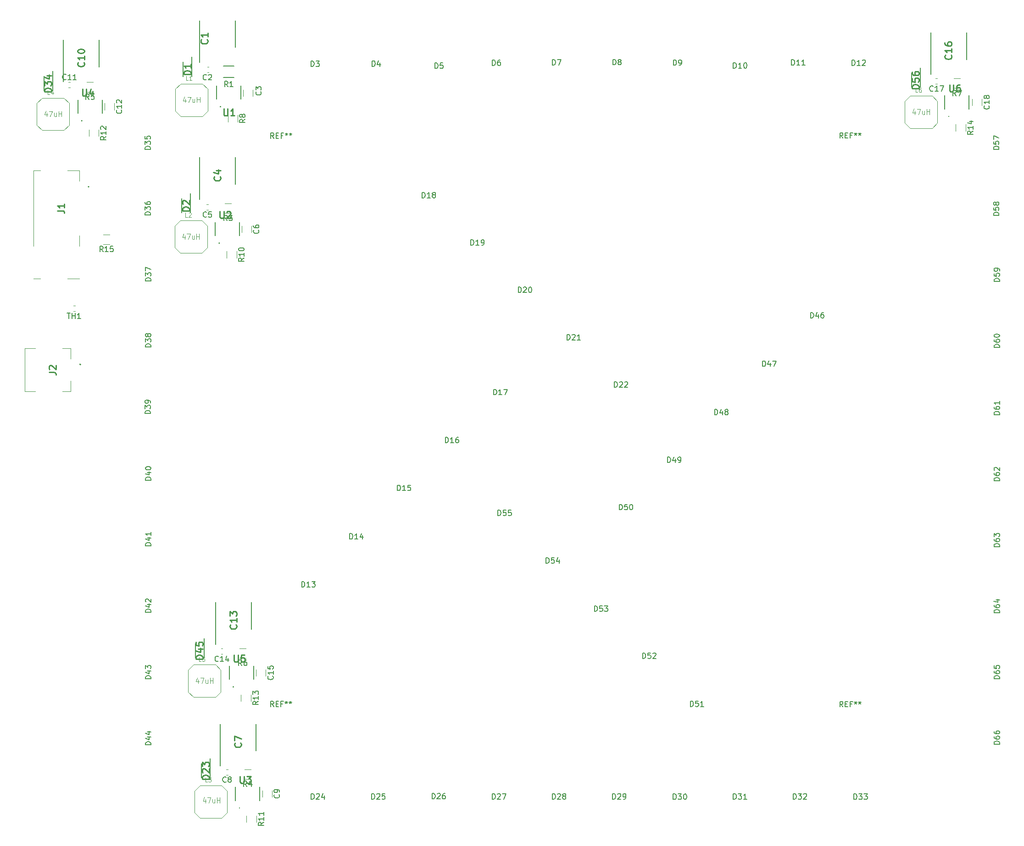
<source format=gbr>
G04 #@! TF.GenerationSoftware,KiCad,Pcbnew,(5.1.2)-2*
G04 #@! TF.CreationDate,2019-09-05T23:13:48+02:00*
G04 #@! TF.ProjectId,LED_Driver_ISSI_ALU,4c45445f-4472-4697-9665-725f49535349,rev?*
G04 #@! TF.SameCoordinates,Original*
G04 #@! TF.FileFunction,Legend,Top*
G04 #@! TF.FilePolarity,Positive*
%FSLAX46Y46*%
G04 Gerber Fmt 4.6, Leading zero omitted, Abs format (unit mm)*
G04 Created by KiCad (PCBNEW (5.1.2)-2) date 2019-09-05 23:13:48*
%MOMM*%
%LPD*%
G04 APERTURE LIST*
%ADD10C,0.200000*%
%ADD11C,0.120000*%
%ADD12C,0.125000*%
%ADD13C,0.254000*%
%ADD14C,0.100000*%
%ADD15C,0.150000*%
%ADD16C,0.050000*%
G04 APERTURE END LIST*
D10*
X66950000Y-29415000D02*
X66950000Y-33028000D01*
X65350000Y-30352000D02*
X65350000Y-33028000D01*
D11*
X80650000Y-142587936D02*
X80650000Y-143792064D01*
X78830000Y-142587936D02*
X78830000Y-143792064D01*
D10*
X65140000Y-55552000D02*
X65140000Y-58228000D01*
X66740000Y-54615000D02*
X66740000Y-58228000D01*
X39690000Y-33002000D02*
X39690000Y-35678000D01*
X41290000Y-32065000D02*
X41290000Y-35678000D01*
X69240000Y-136815000D02*
X69240000Y-140428000D01*
X67640000Y-137752000D02*
X67640000Y-140428000D01*
D11*
X45440279Y-76400000D02*
X45114721Y-76400000D01*
X45440279Y-75380000D02*
X45114721Y-75380000D01*
D12*
X67340000Y-147715000D02*
X71340000Y-147715000D01*
X71340000Y-147715000D02*
X72340000Y-146715000D01*
X72340000Y-146715000D02*
X72340000Y-142715000D01*
X72340000Y-142715000D02*
X71340000Y-141715000D01*
X71340000Y-141715000D02*
X67340000Y-141715000D01*
X67340000Y-141715000D02*
X66340000Y-142715000D01*
X66340000Y-142715000D02*
X66340000Y-146715000D01*
X66340000Y-146715000D02*
X67340000Y-147715000D01*
X39390000Y-42990000D02*
X43390000Y-42990000D01*
X43390000Y-42990000D02*
X44390000Y-41990000D01*
X44390000Y-41990000D02*
X44390000Y-37990000D01*
X44390000Y-37990000D02*
X43390000Y-36990000D01*
X43390000Y-36990000D02*
X39390000Y-36990000D01*
X39390000Y-36990000D02*
X38390000Y-37990000D01*
X38390000Y-37990000D02*
X38390000Y-41990000D01*
X38390000Y-41990000D02*
X39390000Y-42990000D01*
D13*
X46675000Y-41218000D02*
G75*
G03X46675000Y-41218000I-17000J0D01*
G01*
D10*
X50440000Y-37340000D02*
X50440000Y-39840000D01*
X45940000Y-39840000D02*
X45940000Y-37340000D01*
X73920001Y-144415000D02*
X73920001Y-141915000D01*
X78420001Y-141915000D02*
X78420001Y-144415000D01*
D13*
X74655001Y-145793000D02*
G75*
G03X74655001Y-145793000I-17000J0D01*
G01*
D11*
X74282064Y-58300000D02*
X73077936Y-58300000D01*
X74282064Y-56480000D02*
X73077936Y-56480000D01*
D10*
X47928000Y-53290000D02*
G75*
G03X47928000Y-53490000I0J-100000D01*
G01*
X47928000Y-53490000D02*
G75*
G03X47928000Y-53290000I0J100000D01*
G01*
X47928000Y-53490000D02*
X47928000Y-53490000D01*
X47928000Y-53290000D02*
X47928000Y-53290000D01*
D14*
X46202000Y-70390000D02*
X44027000Y-70390000D01*
X46202000Y-62390000D02*
X46202000Y-64390000D01*
X37752000Y-70390000D02*
X39028000Y-70390000D01*
X37752000Y-50390000D02*
X37752000Y-64390000D01*
X39028000Y-50390000D02*
X37752000Y-50390000D01*
X46202000Y-50390000D02*
X44027000Y-50390000D01*
X46202000Y-52390000D02*
X46202000Y-50390000D01*
D11*
X48792064Y-34080000D02*
X47587936Y-34080000D01*
X48792064Y-35900000D02*
X47587936Y-35900000D01*
X76992064Y-140500000D02*
X75787936Y-140500000D01*
X76992064Y-138680000D02*
X75787936Y-138680000D01*
X76080000Y-147237936D02*
X76080000Y-148442064D01*
X77900000Y-147237936D02*
X77900000Y-148442064D01*
X49800000Y-42887936D02*
X49800000Y-44092064D01*
X47980000Y-42887936D02*
X47980000Y-44092064D01*
X51842064Y-64050000D02*
X50637936Y-64050000D01*
X51842064Y-62230000D02*
X50637936Y-62230000D01*
D14*
X44590000Y-85240000D02*
X44590000Y-83240000D01*
X44590000Y-83240000D02*
X43090000Y-83240000D01*
X38090000Y-83240000D02*
X36140000Y-83240000D01*
X36140000Y-83240000D02*
X36140000Y-91240000D01*
X36140000Y-91240000D02*
X38090000Y-91240000D01*
X44590000Y-89240000D02*
X44590000Y-91240000D01*
X44590000Y-91240000D02*
X43090000Y-91240000D01*
D10*
X46390000Y-86140000D02*
X46390000Y-86140000D01*
X46390000Y-86340000D02*
X46390000Y-86340000D01*
X46390000Y-86340000D02*
G75*
G03X46390000Y-86140000I0J100000D01*
G01*
X46390000Y-86140000D02*
G75*
G03X46390000Y-86340000I0J-100000D01*
G01*
D11*
X75250000Y-65337936D02*
X75250000Y-66542064D01*
X73430000Y-65337936D02*
X73430000Y-66542064D01*
X73640000Y-40187936D02*
X73640000Y-41392064D01*
X75460000Y-40187936D02*
X75460000Y-41392064D01*
X44239721Y-35100000D02*
X44565279Y-35100000D01*
X44239721Y-34080000D02*
X44565279Y-34080000D01*
X72690279Y-139750000D02*
X72364721Y-139750000D01*
X72690279Y-138730000D02*
X72364721Y-138730000D01*
D10*
X71300000Y-62435000D02*
X71300000Y-59935000D01*
X75800000Y-59935000D02*
X75800000Y-62435000D01*
D13*
X72035000Y-63813000D02*
G75*
G03X72035000Y-63813000I-17000J0D01*
G01*
D10*
X49890000Y-31240000D02*
X49890000Y-26290000D01*
X43290000Y-34015000D02*
X43290000Y-26290000D01*
X71390000Y-137915000D02*
X71390000Y-130190000D01*
X77990000Y-135140000D02*
X77990000Y-130190000D01*
D12*
X63840000Y-64655000D02*
X64840000Y-65655000D01*
X63840000Y-60655000D02*
X63840000Y-64655000D01*
X64840000Y-59655000D02*
X63840000Y-60655000D01*
X68840000Y-59655000D02*
X64840000Y-59655000D01*
X69840000Y-60655000D02*
X68840000Y-59655000D01*
X69840000Y-64655000D02*
X69840000Y-60655000D01*
X68840000Y-65655000D02*
X69840000Y-64655000D01*
X64840000Y-65655000D02*
X68840000Y-65655000D01*
D11*
X50880000Y-37987936D02*
X50880000Y-39192064D01*
X52700000Y-37987936D02*
X52700000Y-39192064D01*
D12*
X68490000Y-170015000D02*
X72490000Y-170015000D01*
X72490000Y-170015000D02*
X73490000Y-169015000D01*
X73490000Y-169015000D02*
X73490000Y-165015000D01*
X73490000Y-165015000D02*
X72490000Y-164015000D01*
X72490000Y-164015000D02*
X68490000Y-164015000D01*
X68490000Y-164015000D02*
X67490000Y-165015000D01*
X67490000Y-165015000D02*
X67490000Y-169015000D01*
X67490000Y-169015000D02*
X68490000Y-170015000D01*
D10*
X70390000Y-159015000D02*
X70390000Y-162628000D01*
X68790000Y-159952000D02*
X68790000Y-162628000D01*
D15*
X72800000Y-31104600D02*
X74800000Y-31104600D01*
X74800000Y-33254600D02*
X72800000Y-33254600D01*
D11*
X81800000Y-164937936D02*
X81800000Y-166142064D01*
X79980000Y-164937936D02*
X79980000Y-166142064D01*
D13*
X72285000Y-38613000D02*
G75*
G03X72285000Y-38613000I-17000J0D01*
G01*
D10*
X76050000Y-34735000D02*
X76050000Y-37235000D01*
X71550000Y-37235000D02*
X71550000Y-34735000D01*
D11*
X77080000Y-169587936D02*
X77080000Y-170792064D01*
X78900000Y-169587936D02*
X78900000Y-170792064D01*
D10*
X68450000Y-30415000D02*
X68450000Y-22690000D01*
X75050000Y-27640000D02*
X75050000Y-22690000D01*
D11*
X73640279Y-162050000D02*
X73314721Y-162050000D01*
X73640279Y-161030000D02*
X73314721Y-161030000D01*
D10*
X72240000Y-160365000D02*
X72240000Y-152640000D01*
X78840000Y-157590000D02*
X78840000Y-152640000D01*
D11*
X77892064Y-161030000D02*
X76687936Y-161030000D01*
X77892064Y-162850000D02*
X76687936Y-162850000D01*
D13*
X75775000Y-168173000D02*
G75*
G03X75775000Y-168173000I-17000J0D01*
G01*
D10*
X79540000Y-164295000D02*
X79540000Y-166795000D01*
X75040000Y-166795000D02*
X75040000Y-164295000D01*
X68440000Y-55715000D02*
X68440000Y-47990000D01*
X75040000Y-52940000D02*
X75040000Y-47990000D01*
D11*
X76180000Y-60637936D02*
X76180000Y-61842064D01*
X78000000Y-60637936D02*
X78000000Y-61842064D01*
X78266000Y-35505136D02*
X78266000Y-36709264D01*
X76446000Y-35505136D02*
X76446000Y-36709264D01*
D12*
X64942000Y-40374000D02*
X68942000Y-40374000D01*
X68942000Y-40374000D02*
X69942000Y-39374000D01*
X69942000Y-39374000D02*
X69942000Y-35374000D01*
X69942000Y-35374000D02*
X68942000Y-34374000D01*
X68942000Y-34374000D02*
X64942000Y-34374000D01*
X64942000Y-34374000D02*
X63942000Y-35374000D01*
X63942000Y-35374000D02*
X63942000Y-39374000D01*
X63942000Y-39374000D02*
X64942000Y-40374000D01*
D11*
X70152779Y-32296000D02*
X69827221Y-32296000D01*
X70152779Y-31276000D02*
X69827221Y-31276000D01*
X70012779Y-57660000D02*
X69687221Y-57660000D01*
X70012779Y-56640000D02*
X69687221Y-56640000D01*
D10*
X203340000Y-32665000D02*
X203340000Y-24940000D01*
X209940000Y-29890000D02*
X209940000Y-24940000D01*
D12*
X199590000Y-42590000D02*
X203590000Y-42590000D01*
X203590000Y-42590000D02*
X204590000Y-41590000D01*
X204590000Y-41590000D02*
X204590000Y-37590000D01*
X204590000Y-37590000D02*
X203590000Y-36590000D01*
X203590000Y-36590000D02*
X199590000Y-36590000D01*
X199590000Y-36590000D02*
X198590000Y-37590000D01*
X198590000Y-37590000D02*
X198590000Y-41590000D01*
X198590000Y-41590000D02*
X199590000Y-42590000D01*
D11*
X204590279Y-34400000D02*
X204264721Y-34400000D01*
X204590279Y-33380000D02*
X204264721Y-33380000D01*
X212800000Y-37187936D02*
X212800000Y-38392064D01*
X210980000Y-37187936D02*
X210980000Y-38392064D01*
D10*
X201390000Y-31415000D02*
X201390000Y-35028000D01*
X199790000Y-32352000D02*
X199790000Y-35028000D01*
D11*
X208792064Y-35200000D02*
X207587936Y-35200000D01*
X208792064Y-33380000D02*
X207587936Y-33380000D01*
D10*
X205940000Y-39040000D02*
X205940000Y-36540000D01*
X210440000Y-36540000D02*
X210440000Y-39040000D01*
D13*
X206675000Y-40418000D02*
G75*
G03X206675000Y-40418000I-17000J0D01*
G01*
D11*
X209800000Y-41887936D02*
X209800000Y-43092064D01*
X207980000Y-41887936D02*
X207980000Y-43092064D01*
D15*
X82096666Y-149472380D02*
X81763333Y-148996190D01*
X81525238Y-149472380D02*
X81525238Y-148472380D01*
X81906190Y-148472380D01*
X82001428Y-148520000D01*
X82049047Y-148567619D01*
X82096666Y-148662857D01*
X82096666Y-148805714D01*
X82049047Y-148900952D01*
X82001428Y-148948571D01*
X81906190Y-148996190D01*
X81525238Y-148996190D01*
X82525238Y-148948571D02*
X82858571Y-148948571D01*
X83001428Y-149472380D02*
X82525238Y-149472380D01*
X82525238Y-148472380D01*
X83001428Y-148472380D01*
X83763333Y-148948571D02*
X83430000Y-148948571D01*
X83430000Y-149472380D02*
X83430000Y-148472380D01*
X83906190Y-148472380D01*
X84430000Y-148472380D02*
X84430000Y-148710476D01*
X84191904Y-148615238D02*
X84430000Y-148710476D01*
X84668095Y-148615238D01*
X84287142Y-148900952D02*
X84430000Y-148710476D01*
X84572857Y-148900952D01*
X85191904Y-148472380D02*
X85191904Y-148710476D01*
X84953809Y-148615238D02*
X85191904Y-148710476D01*
X85430000Y-148615238D01*
X85049047Y-148900952D02*
X85191904Y-148710476D01*
X85334761Y-148900952D01*
X187156666Y-149492380D02*
X186823333Y-149016190D01*
X186585238Y-149492380D02*
X186585238Y-148492380D01*
X186966190Y-148492380D01*
X187061428Y-148540000D01*
X187109047Y-148587619D01*
X187156666Y-148682857D01*
X187156666Y-148825714D01*
X187109047Y-148920952D01*
X187061428Y-148968571D01*
X186966190Y-149016190D01*
X186585238Y-149016190D01*
X187585238Y-148968571D02*
X187918571Y-148968571D01*
X188061428Y-149492380D02*
X187585238Y-149492380D01*
X187585238Y-148492380D01*
X188061428Y-148492380D01*
X188823333Y-148968571D02*
X188490000Y-148968571D01*
X188490000Y-149492380D02*
X188490000Y-148492380D01*
X188966190Y-148492380D01*
X189490000Y-148492380D02*
X189490000Y-148730476D01*
X189251904Y-148635238D02*
X189490000Y-148730476D01*
X189728095Y-148635238D01*
X189347142Y-148920952D02*
X189490000Y-148730476D01*
X189632857Y-148920952D01*
X190251904Y-148492380D02*
X190251904Y-148730476D01*
X190013809Y-148635238D02*
X190251904Y-148730476D01*
X190490000Y-148635238D01*
X190109047Y-148920952D02*
X190251904Y-148730476D01*
X190394761Y-148920952D01*
X187156666Y-44432380D02*
X186823333Y-43956190D01*
X186585238Y-44432380D02*
X186585238Y-43432380D01*
X186966190Y-43432380D01*
X187061428Y-43480000D01*
X187109047Y-43527619D01*
X187156666Y-43622857D01*
X187156666Y-43765714D01*
X187109047Y-43860952D01*
X187061428Y-43908571D01*
X186966190Y-43956190D01*
X186585238Y-43956190D01*
X187585238Y-43908571D02*
X187918571Y-43908571D01*
X188061428Y-44432380D02*
X187585238Y-44432380D01*
X187585238Y-43432380D01*
X188061428Y-43432380D01*
X188823333Y-43908571D02*
X188490000Y-43908571D01*
X188490000Y-44432380D02*
X188490000Y-43432380D01*
X188966190Y-43432380D01*
X189490000Y-43432380D02*
X189490000Y-43670476D01*
X189251904Y-43575238D02*
X189490000Y-43670476D01*
X189728095Y-43575238D01*
X189347142Y-43860952D02*
X189490000Y-43670476D01*
X189632857Y-43860952D01*
X190251904Y-43432380D02*
X190251904Y-43670476D01*
X190013809Y-43575238D02*
X190251904Y-43670476D01*
X190490000Y-43575238D01*
X190109047Y-43860952D02*
X190251904Y-43670476D01*
X190394761Y-43860952D01*
X82116666Y-44482380D02*
X81783333Y-44006190D01*
X81545238Y-44482380D02*
X81545238Y-43482380D01*
X81926190Y-43482380D01*
X82021428Y-43530000D01*
X82069047Y-43577619D01*
X82116666Y-43672857D01*
X82116666Y-43815714D01*
X82069047Y-43910952D01*
X82021428Y-43958571D01*
X81926190Y-44006190D01*
X81545238Y-44006190D01*
X82545238Y-43958571D02*
X82878571Y-43958571D01*
X83021428Y-44482380D02*
X82545238Y-44482380D01*
X82545238Y-43482380D01*
X83021428Y-43482380D01*
X83783333Y-43958571D02*
X83450000Y-43958571D01*
X83450000Y-44482380D02*
X83450000Y-43482380D01*
X83926190Y-43482380D01*
X84450000Y-43482380D02*
X84450000Y-43720476D01*
X84211904Y-43625238D02*
X84450000Y-43720476D01*
X84688095Y-43625238D01*
X84307142Y-43910952D02*
X84450000Y-43720476D01*
X84592857Y-43910952D01*
X85211904Y-43482380D02*
X85211904Y-43720476D01*
X84973809Y-43625238D02*
X85211904Y-43720476D01*
X85450000Y-43625238D01*
X85069047Y-43910952D02*
X85211904Y-43720476D01*
X85354761Y-43910952D01*
X59442380Y-83004285D02*
X58442380Y-83004285D01*
X58442380Y-82766190D01*
X58490000Y-82623333D01*
X58585238Y-82528095D01*
X58680476Y-82480476D01*
X58870952Y-82432857D01*
X59013809Y-82432857D01*
X59204285Y-82480476D01*
X59299523Y-82528095D01*
X59394761Y-82623333D01*
X59442380Y-82766190D01*
X59442380Y-83004285D01*
X58442380Y-82099523D02*
X58442380Y-81480476D01*
X58823333Y-81813809D01*
X58823333Y-81670952D01*
X58870952Y-81575714D01*
X58918571Y-81528095D01*
X59013809Y-81480476D01*
X59251904Y-81480476D01*
X59347142Y-81528095D01*
X59394761Y-81575714D01*
X59442380Y-81670952D01*
X59442380Y-81956666D01*
X59394761Y-82051904D01*
X59347142Y-82099523D01*
X58870952Y-80909047D02*
X58823333Y-81004285D01*
X58775714Y-81051904D01*
X58680476Y-81099523D01*
X58632857Y-81099523D01*
X58537619Y-81051904D01*
X58490000Y-81004285D01*
X58442380Y-80909047D01*
X58442380Y-80718571D01*
X58490000Y-80623333D01*
X58537619Y-80575714D01*
X58632857Y-80528095D01*
X58680476Y-80528095D01*
X58775714Y-80575714D01*
X58823333Y-80623333D01*
X58870952Y-80718571D01*
X58870952Y-80909047D01*
X58918571Y-81004285D01*
X58966190Y-81051904D01*
X59061428Y-81099523D01*
X59251904Y-81099523D01*
X59347142Y-81051904D01*
X59394761Y-81004285D01*
X59442380Y-80909047D01*
X59442380Y-80718571D01*
X59394761Y-80623333D01*
X59347142Y-80575714D01*
X59251904Y-80528095D01*
X59061428Y-80528095D01*
X58966190Y-80575714D01*
X58918571Y-80623333D01*
X58870952Y-80718571D01*
X59442380Y-107604285D02*
X58442380Y-107604285D01*
X58442380Y-107366190D01*
X58490000Y-107223333D01*
X58585238Y-107128095D01*
X58680476Y-107080476D01*
X58870952Y-107032857D01*
X59013809Y-107032857D01*
X59204285Y-107080476D01*
X59299523Y-107128095D01*
X59394761Y-107223333D01*
X59442380Y-107366190D01*
X59442380Y-107604285D01*
X58775714Y-106175714D02*
X59442380Y-106175714D01*
X58394761Y-106413809D02*
X59109047Y-106651904D01*
X59109047Y-106032857D01*
X58442380Y-105461428D02*
X58442380Y-105366190D01*
X58490000Y-105270952D01*
X58537619Y-105223333D01*
X58632857Y-105175714D01*
X58823333Y-105128095D01*
X59061428Y-105128095D01*
X59251904Y-105175714D01*
X59347142Y-105223333D01*
X59394761Y-105270952D01*
X59442380Y-105366190D01*
X59442380Y-105461428D01*
X59394761Y-105556666D01*
X59347142Y-105604285D01*
X59251904Y-105651904D01*
X59061428Y-105699523D01*
X58823333Y-105699523D01*
X58632857Y-105651904D01*
X58537619Y-105604285D01*
X58490000Y-105556666D01*
X58442380Y-105461428D01*
X154775714Y-104342380D02*
X154775714Y-103342380D01*
X155013809Y-103342380D01*
X155156666Y-103390000D01*
X155251904Y-103485238D01*
X155299523Y-103580476D01*
X155347142Y-103770952D01*
X155347142Y-103913809D01*
X155299523Y-104104285D01*
X155251904Y-104199523D01*
X155156666Y-104294761D01*
X155013809Y-104342380D01*
X154775714Y-104342380D01*
X156204285Y-103675714D02*
X156204285Y-104342380D01*
X155966190Y-103294761D02*
X155728095Y-104009047D01*
X156347142Y-104009047D01*
X156775714Y-104342380D02*
X156966190Y-104342380D01*
X157061428Y-104294761D01*
X157109047Y-104247142D01*
X157204285Y-104104285D01*
X157251904Y-103913809D01*
X157251904Y-103532857D01*
X157204285Y-103437619D01*
X157156666Y-103390000D01*
X157061428Y-103342380D01*
X156870952Y-103342380D01*
X156775714Y-103390000D01*
X156728095Y-103437619D01*
X156680476Y-103532857D01*
X156680476Y-103770952D01*
X156728095Y-103866190D01*
X156775714Y-103913809D01*
X156870952Y-103961428D01*
X157061428Y-103961428D01*
X157156666Y-103913809D01*
X157204285Y-103866190D01*
X157251904Y-103770952D01*
X59342380Y-46504285D02*
X58342380Y-46504285D01*
X58342380Y-46266190D01*
X58390000Y-46123333D01*
X58485238Y-46028095D01*
X58580476Y-45980476D01*
X58770952Y-45932857D01*
X58913809Y-45932857D01*
X59104285Y-45980476D01*
X59199523Y-46028095D01*
X59294761Y-46123333D01*
X59342380Y-46266190D01*
X59342380Y-46504285D01*
X58342380Y-45599523D02*
X58342380Y-44980476D01*
X58723333Y-45313809D01*
X58723333Y-45170952D01*
X58770952Y-45075714D01*
X58818571Y-45028095D01*
X58913809Y-44980476D01*
X59151904Y-44980476D01*
X59247142Y-45028095D01*
X59294761Y-45075714D01*
X59342380Y-45170952D01*
X59342380Y-45456666D01*
X59294761Y-45551904D01*
X59247142Y-45599523D01*
X58342380Y-44075714D02*
X58342380Y-44551904D01*
X58818571Y-44599523D01*
X58770952Y-44551904D01*
X58723333Y-44456666D01*
X58723333Y-44218571D01*
X58770952Y-44123333D01*
X58818571Y-44075714D01*
X58913809Y-44028095D01*
X59151904Y-44028095D01*
X59247142Y-44075714D01*
X59294761Y-44123333D01*
X59342380Y-44218571D01*
X59342380Y-44456666D01*
X59294761Y-44551904D01*
X59247142Y-44599523D01*
D13*
X66782523Y-32657380D02*
X65512523Y-32657380D01*
X65512523Y-32355000D01*
X65573000Y-32173571D01*
X65693952Y-32052619D01*
X65814904Y-31992142D01*
X66056809Y-31931666D01*
X66238238Y-31931666D01*
X66480142Y-31992142D01*
X66601095Y-32052619D01*
X66722047Y-32173571D01*
X66782523Y-32355000D01*
X66782523Y-32657380D01*
X66782523Y-30722142D02*
X66782523Y-31447857D01*
X66782523Y-31085000D02*
X65512523Y-31085000D01*
X65693952Y-31205952D01*
X65814904Y-31326904D01*
X65875380Y-31447857D01*
D15*
X59342380Y-95304285D02*
X58342380Y-95304285D01*
X58342380Y-95066190D01*
X58390000Y-94923333D01*
X58485238Y-94828095D01*
X58580476Y-94780476D01*
X58770952Y-94732857D01*
X58913809Y-94732857D01*
X59104285Y-94780476D01*
X59199523Y-94828095D01*
X59294761Y-94923333D01*
X59342380Y-95066190D01*
X59342380Y-95304285D01*
X58342380Y-94399523D02*
X58342380Y-93780476D01*
X58723333Y-94113809D01*
X58723333Y-93970952D01*
X58770952Y-93875714D01*
X58818571Y-93828095D01*
X58913809Y-93780476D01*
X59151904Y-93780476D01*
X59247142Y-93828095D01*
X59294761Y-93875714D01*
X59342380Y-93970952D01*
X59342380Y-94256666D01*
X59294761Y-94351904D01*
X59247142Y-94399523D01*
X59342380Y-93304285D02*
X59342380Y-93113809D01*
X59294761Y-93018571D01*
X59247142Y-92970952D01*
X59104285Y-92875714D01*
X58913809Y-92828095D01*
X58532857Y-92828095D01*
X58437619Y-92875714D01*
X58390000Y-92923333D01*
X58342380Y-93018571D01*
X58342380Y-93209047D01*
X58390000Y-93304285D01*
X58437619Y-93351904D01*
X58532857Y-93399523D01*
X58770952Y-93399523D01*
X58866190Y-93351904D01*
X58913809Y-93304285D01*
X58961428Y-93209047D01*
X58961428Y-93018571D01*
X58913809Y-92923333D01*
X58866190Y-92875714D01*
X58770952Y-92828095D01*
X59442380Y-156504285D02*
X58442380Y-156504285D01*
X58442380Y-156266190D01*
X58490000Y-156123333D01*
X58585238Y-156028095D01*
X58680476Y-155980476D01*
X58870952Y-155932857D01*
X59013809Y-155932857D01*
X59204285Y-155980476D01*
X59299523Y-156028095D01*
X59394761Y-156123333D01*
X59442380Y-156266190D01*
X59442380Y-156504285D01*
X58775714Y-155075714D02*
X59442380Y-155075714D01*
X58394761Y-155313809D02*
X59109047Y-155551904D01*
X59109047Y-154932857D01*
X58775714Y-154123333D02*
X59442380Y-154123333D01*
X58394761Y-154361428D02*
X59109047Y-154599523D01*
X59109047Y-153980476D01*
X81917142Y-143832857D02*
X81964761Y-143880476D01*
X82012380Y-144023333D01*
X82012380Y-144118571D01*
X81964761Y-144261428D01*
X81869523Y-144356666D01*
X81774285Y-144404285D01*
X81583809Y-144451904D01*
X81440952Y-144451904D01*
X81250476Y-144404285D01*
X81155238Y-144356666D01*
X81060000Y-144261428D01*
X81012380Y-144118571D01*
X81012380Y-144023333D01*
X81060000Y-143880476D01*
X81107619Y-143832857D01*
X82012380Y-142880476D02*
X82012380Y-143451904D01*
X82012380Y-143166190D02*
X81012380Y-143166190D01*
X81155238Y-143261428D01*
X81250476Y-143356666D01*
X81298095Y-143451904D01*
X81012380Y-141975714D02*
X81012380Y-142451904D01*
X81488571Y-142499523D01*
X81440952Y-142451904D01*
X81393333Y-142356666D01*
X81393333Y-142118571D01*
X81440952Y-142023333D01*
X81488571Y-141975714D01*
X81583809Y-141928095D01*
X81821904Y-141928095D01*
X81917142Y-141975714D01*
X81964761Y-142023333D01*
X82012380Y-142118571D01*
X82012380Y-142356666D01*
X81964761Y-142451904D01*
X81917142Y-142499523D01*
D13*
X66514523Y-57827380D02*
X65244523Y-57827380D01*
X65244523Y-57525000D01*
X65305000Y-57343571D01*
X65425952Y-57222619D01*
X65546904Y-57162142D01*
X65788809Y-57101666D01*
X65970238Y-57101666D01*
X66212142Y-57162142D01*
X66333095Y-57222619D01*
X66454047Y-57343571D01*
X66514523Y-57525000D01*
X66514523Y-57827380D01*
X65365476Y-56617857D02*
X65305000Y-56557380D01*
X65244523Y-56436428D01*
X65244523Y-56134047D01*
X65305000Y-56013095D01*
X65365476Y-55952619D01*
X65486428Y-55892142D01*
X65607380Y-55892142D01*
X65788809Y-55952619D01*
X66514523Y-56678333D01*
X66514523Y-55892142D01*
X41064523Y-35882142D02*
X39794523Y-35882142D01*
X39794523Y-35579761D01*
X39855000Y-35398333D01*
X39975952Y-35277380D01*
X40096904Y-35216904D01*
X40338809Y-35156428D01*
X40520238Y-35156428D01*
X40762142Y-35216904D01*
X40883095Y-35277380D01*
X41004047Y-35398333D01*
X41064523Y-35579761D01*
X41064523Y-35882142D01*
X39794523Y-34733095D02*
X39794523Y-33946904D01*
X40278333Y-34370238D01*
X40278333Y-34188809D01*
X40338809Y-34067857D01*
X40399285Y-34007380D01*
X40520238Y-33946904D01*
X40822619Y-33946904D01*
X40943571Y-34007380D01*
X41004047Y-34067857D01*
X41064523Y-34188809D01*
X41064523Y-34551666D01*
X41004047Y-34672619D01*
X40943571Y-34733095D01*
X40217857Y-32858333D02*
X41064523Y-32858333D01*
X39734047Y-33160714D02*
X40641190Y-33463095D01*
X40641190Y-32676904D01*
D15*
X59342380Y-58604285D02*
X58342380Y-58604285D01*
X58342380Y-58366190D01*
X58390000Y-58223333D01*
X58485238Y-58128095D01*
X58580476Y-58080476D01*
X58770952Y-58032857D01*
X58913809Y-58032857D01*
X59104285Y-58080476D01*
X59199523Y-58128095D01*
X59294761Y-58223333D01*
X59342380Y-58366190D01*
X59342380Y-58604285D01*
X58342380Y-57699523D02*
X58342380Y-57080476D01*
X58723333Y-57413809D01*
X58723333Y-57270952D01*
X58770952Y-57175714D01*
X58818571Y-57128095D01*
X58913809Y-57080476D01*
X59151904Y-57080476D01*
X59247142Y-57128095D01*
X59294761Y-57175714D01*
X59342380Y-57270952D01*
X59342380Y-57556666D01*
X59294761Y-57651904D01*
X59247142Y-57699523D01*
X58342380Y-56223333D02*
X58342380Y-56413809D01*
X58390000Y-56509047D01*
X58437619Y-56556666D01*
X58580476Y-56651904D01*
X58770952Y-56699523D01*
X59151904Y-56699523D01*
X59247142Y-56651904D01*
X59294761Y-56604285D01*
X59342380Y-56509047D01*
X59342380Y-56318571D01*
X59294761Y-56223333D01*
X59247142Y-56175714D01*
X59151904Y-56128095D01*
X58913809Y-56128095D01*
X58818571Y-56175714D01*
X58770952Y-56223333D01*
X58723333Y-56318571D01*
X58723333Y-56509047D01*
X58770952Y-56604285D01*
X58818571Y-56651904D01*
X58913809Y-56699523D01*
X59442380Y-119704285D02*
X58442380Y-119704285D01*
X58442380Y-119466190D01*
X58490000Y-119323333D01*
X58585238Y-119228095D01*
X58680476Y-119180476D01*
X58870952Y-119132857D01*
X59013809Y-119132857D01*
X59204285Y-119180476D01*
X59299523Y-119228095D01*
X59394761Y-119323333D01*
X59442380Y-119466190D01*
X59442380Y-119704285D01*
X58775714Y-118275714D02*
X59442380Y-118275714D01*
X58394761Y-118513809D02*
X59109047Y-118751904D01*
X59109047Y-118132857D01*
X59442380Y-117228095D02*
X59442380Y-117799523D01*
X59442380Y-117513809D02*
X58442380Y-117513809D01*
X58585238Y-117609047D01*
X58680476Y-117704285D01*
X58728095Y-117799523D01*
D13*
X69014523Y-140632142D02*
X67744523Y-140632142D01*
X67744523Y-140329761D01*
X67805000Y-140148333D01*
X67925952Y-140027380D01*
X68046904Y-139966904D01*
X68288809Y-139906428D01*
X68470238Y-139906428D01*
X68712142Y-139966904D01*
X68833095Y-140027380D01*
X68954047Y-140148333D01*
X69014523Y-140329761D01*
X69014523Y-140632142D01*
X68167857Y-138817857D02*
X69014523Y-138817857D01*
X67684047Y-139120238D02*
X68591190Y-139422619D01*
X68591190Y-138636428D01*
X67744523Y-137547857D02*
X67744523Y-138152619D01*
X68349285Y-138213095D01*
X68288809Y-138152619D01*
X68228333Y-138031666D01*
X68228333Y-137729285D01*
X68288809Y-137608333D01*
X68349285Y-137547857D01*
X68470238Y-137487380D01*
X68772619Y-137487380D01*
X68893571Y-137547857D01*
X68954047Y-137608333D01*
X69014523Y-137729285D01*
X69014523Y-138031666D01*
X68954047Y-138152619D01*
X68893571Y-138213095D01*
D15*
X59442380Y-144304285D02*
X58442380Y-144304285D01*
X58442380Y-144066190D01*
X58490000Y-143923333D01*
X58585238Y-143828095D01*
X58680476Y-143780476D01*
X58870952Y-143732857D01*
X59013809Y-143732857D01*
X59204285Y-143780476D01*
X59299523Y-143828095D01*
X59394761Y-143923333D01*
X59442380Y-144066190D01*
X59442380Y-144304285D01*
X58775714Y-142875714D02*
X59442380Y-142875714D01*
X58394761Y-143113809D02*
X59109047Y-143351904D01*
X59109047Y-142732857D01*
X58442380Y-142447142D02*
X58442380Y-141828095D01*
X58823333Y-142161428D01*
X58823333Y-142018571D01*
X58870952Y-141923333D01*
X58918571Y-141875714D01*
X59013809Y-141828095D01*
X59251904Y-141828095D01*
X59347142Y-141875714D01*
X59394761Y-141923333D01*
X59442380Y-142018571D01*
X59442380Y-142304285D01*
X59394761Y-142399523D01*
X59347142Y-142447142D01*
X145875714Y-113092380D02*
X145875714Y-112092380D01*
X146113809Y-112092380D01*
X146256666Y-112140000D01*
X146351904Y-112235238D01*
X146399523Y-112330476D01*
X146447142Y-112520952D01*
X146447142Y-112663809D01*
X146399523Y-112854285D01*
X146351904Y-112949523D01*
X146256666Y-113044761D01*
X146113809Y-113092380D01*
X145875714Y-113092380D01*
X147351904Y-112092380D02*
X146875714Y-112092380D01*
X146828095Y-112568571D01*
X146875714Y-112520952D01*
X146970952Y-112473333D01*
X147209047Y-112473333D01*
X147304285Y-112520952D01*
X147351904Y-112568571D01*
X147399523Y-112663809D01*
X147399523Y-112901904D01*
X147351904Y-112997142D01*
X147304285Y-113044761D01*
X147209047Y-113092380D01*
X146970952Y-113092380D01*
X146875714Y-113044761D01*
X146828095Y-112997142D01*
X148018571Y-112092380D02*
X148113809Y-112092380D01*
X148209047Y-112140000D01*
X148256666Y-112187619D01*
X148304285Y-112282857D01*
X148351904Y-112473333D01*
X148351904Y-112711428D01*
X148304285Y-112901904D01*
X148256666Y-112997142D01*
X148209047Y-113044761D01*
X148113809Y-113092380D01*
X148018571Y-113092380D01*
X147923333Y-113044761D01*
X147875714Y-112997142D01*
X147828095Y-112901904D01*
X147780476Y-112711428D01*
X147780476Y-112473333D01*
X147828095Y-112282857D01*
X147875714Y-112187619D01*
X147923333Y-112140000D01*
X148018571Y-112092380D01*
X158975714Y-149422380D02*
X158975714Y-148422380D01*
X159213809Y-148422380D01*
X159356666Y-148470000D01*
X159451904Y-148565238D01*
X159499523Y-148660476D01*
X159547142Y-148850952D01*
X159547142Y-148993809D01*
X159499523Y-149184285D01*
X159451904Y-149279523D01*
X159356666Y-149374761D01*
X159213809Y-149422380D01*
X158975714Y-149422380D01*
X160451904Y-148422380D02*
X159975714Y-148422380D01*
X159928095Y-148898571D01*
X159975714Y-148850952D01*
X160070952Y-148803333D01*
X160309047Y-148803333D01*
X160404285Y-148850952D01*
X160451904Y-148898571D01*
X160499523Y-148993809D01*
X160499523Y-149231904D01*
X160451904Y-149327142D01*
X160404285Y-149374761D01*
X160309047Y-149422380D01*
X160070952Y-149422380D01*
X159975714Y-149374761D01*
X159928095Y-149327142D01*
X161451904Y-149422380D02*
X160880476Y-149422380D01*
X161166190Y-149422380D02*
X161166190Y-148422380D01*
X161070952Y-148565238D01*
X160975714Y-148660476D01*
X160880476Y-148708095D01*
X43991785Y-76772380D02*
X44563214Y-76772380D01*
X44277500Y-77772380D02*
X44277500Y-76772380D01*
X44896547Y-77772380D02*
X44896547Y-76772380D01*
X44896547Y-77248571D02*
X45467976Y-77248571D01*
X45467976Y-77772380D02*
X45467976Y-76772380D01*
X46467976Y-77772380D02*
X45896547Y-77772380D01*
X46182261Y-77772380D02*
X46182261Y-76772380D01*
X46087023Y-76915238D01*
X45991785Y-77010476D01*
X45896547Y-77058095D01*
X111851904Y-31542380D02*
X111851904Y-30542380D01*
X112090000Y-30542380D01*
X112232857Y-30590000D01*
X112328095Y-30685238D01*
X112375714Y-30780476D01*
X112423333Y-30970952D01*
X112423333Y-31113809D01*
X112375714Y-31304285D01*
X112328095Y-31399523D01*
X112232857Y-31494761D01*
X112090000Y-31542380D01*
X111851904Y-31542380D01*
X113328095Y-30542380D02*
X112851904Y-30542380D01*
X112804285Y-31018571D01*
X112851904Y-30970952D01*
X112947142Y-30923333D01*
X113185238Y-30923333D01*
X113280476Y-30970952D01*
X113328095Y-31018571D01*
X113375714Y-31113809D01*
X113375714Y-31351904D01*
X113328095Y-31447142D01*
X113280476Y-31494761D01*
X113185238Y-31542380D01*
X112947142Y-31542380D01*
X112851904Y-31494761D01*
X112804285Y-31447142D01*
X127225714Y-72942380D02*
X127225714Y-71942380D01*
X127463809Y-71942380D01*
X127606666Y-71990000D01*
X127701904Y-72085238D01*
X127749523Y-72180476D01*
X127797142Y-72370952D01*
X127797142Y-72513809D01*
X127749523Y-72704285D01*
X127701904Y-72799523D01*
X127606666Y-72894761D01*
X127463809Y-72942380D01*
X127225714Y-72942380D01*
X128178095Y-72037619D02*
X128225714Y-71990000D01*
X128320952Y-71942380D01*
X128559047Y-71942380D01*
X128654285Y-71990000D01*
X128701904Y-72037619D01*
X128749523Y-72132857D01*
X128749523Y-72228095D01*
X128701904Y-72370952D01*
X128130476Y-72942380D01*
X128749523Y-72942380D01*
X129368571Y-71942380D02*
X129463809Y-71942380D01*
X129559047Y-71990000D01*
X129606666Y-72037619D01*
X129654285Y-72132857D01*
X129701904Y-72323333D01*
X129701904Y-72561428D01*
X129654285Y-72751904D01*
X129606666Y-72847142D01*
X129559047Y-72894761D01*
X129463809Y-72942380D01*
X129368571Y-72942380D01*
X129273333Y-72894761D01*
X129225714Y-72847142D01*
X129178095Y-72751904D01*
X129130476Y-72561428D01*
X129130476Y-72323333D01*
X129178095Y-72132857D01*
X129225714Y-72037619D01*
X129273333Y-71990000D01*
X129368571Y-71942380D01*
X111325714Y-166492380D02*
X111325714Y-165492380D01*
X111563809Y-165492380D01*
X111706666Y-165540000D01*
X111801904Y-165635238D01*
X111849523Y-165730476D01*
X111897142Y-165920952D01*
X111897142Y-166063809D01*
X111849523Y-166254285D01*
X111801904Y-166349523D01*
X111706666Y-166444761D01*
X111563809Y-166492380D01*
X111325714Y-166492380D01*
X112278095Y-165587619D02*
X112325714Y-165540000D01*
X112420952Y-165492380D01*
X112659047Y-165492380D01*
X112754285Y-165540000D01*
X112801904Y-165587619D01*
X112849523Y-165682857D01*
X112849523Y-165778095D01*
X112801904Y-165920952D01*
X112230476Y-166492380D01*
X112849523Y-166492380D01*
X113706666Y-165492380D02*
X113516190Y-165492380D01*
X113420952Y-165540000D01*
X113373333Y-165587619D01*
X113278095Y-165730476D01*
X113230476Y-165920952D01*
X113230476Y-166301904D01*
X113278095Y-166397142D01*
X113325714Y-166444761D01*
X113420952Y-166492380D01*
X113611428Y-166492380D01*
X113706666Y-166444761D01*
X113754285Y-166397142D01*
X113801904Y-166301904D01*
X113801904Y-166063809D01*
X113754285Y-165968571D01*
X113706666Y-165920952D01*
X113611428Y-165873333D01*
X113420952Y-165873333D01*
X113325714Y-165920952D01*
X113278095Y-165968571D01*
X113230476Y-166063809D01*
X163475714Y-95542380D02*
X163475714Y-94542380D01*
X163713809Y-94542380D01*
X163856666Y-94590000D01*
X163951904Y-94685238D01*
X163999523Y-94780476D01*
X164047142Y-94970952D01*
X164047142Y-95113809D01*
X163999523Y-95304285D01*
X163951904Y-95399523D01*
X163856666Y-95494761D01*
X163713809Y-95542380D01*
X163475714Y-95542380D01*
X164904285Y-94875714D02*
X164904285Y-95542380D01*
X164666190Y-94494761D02*
X164428095Y-95209047D01*
X165047142Y-95209047D01*
X165570952Y-94970952D02*
X165475714Y-94923333D01*
X165428095Y-94875714D01*
X165380476Y-94780476D01*
X165380476Y-94732857D01*
X165428095Y-94637619D01*
X165475714Y-94590000D01*
X165570952Y-94542380D01*
X165761428Y-94542380D01*
X165856666Y-94590000D01*
X165904285Y-94637619D01*
X165951904Y-94732857D01*
X165951904Y-94780476D01*
X165904285Y-94875714D01*
X165856666Y-94923333D01*
X165761428Y-94970952D01*
X165570952Y-94970952D01*
X165475714Y-95018571D01*
X165428095Y-95066190D01*
X165380476Y-95161428D01*
X165380476Y-95351904D01*
X165428095Y-95447142D01*
X165475714Y-95494761D01*
X165570952Y-95542380D01*
X165761428Y-95542380D01*
X165856666Y-95494761D01*
X165904285Y-95447142D01*
X165951904Y-95351904D01*
X165951904Y-95161428D01*
X165904285Y-95066190D01*
X165856666Y-95018571D01*
X165761428Y-94970952D01*
X141275714Y-131842380D02*
X141275714Y-130842380D01*
X141513809Y-130842380D01*
X141656666Y-130890000D01*
X141751904Y-130985238D01*
X141799523Y-131080476D01*
X141847142Y-131270952D01*
X141847142Y-131413809D01*
X141799523Y-131604285D01*
X141751904Y-131699523D01*
X141656666Y-131794761D01*
X141513809Y-131842380D01*
X141275714Y-131842380D01*
X142751904Y-130842380D02*
X142275714Y-130842380D01*
X142228095Y-131318571D01*
X142275714Y-131270952D01*
X142370952Y-131223333D01*
X142609047Y-131223333D01*
X142704285Y-131270952D01*
X142751904Y-131318571D01*
X142799523Y-131413809D01*
X142799523Y-131651904D01*
X142751904Y-131747142D01*
X142704285Y-131794761D01*
X142609047Y-131842380D01*
X142370952Y-131842380D01*
X142275714Y-131794761D01*
X142228095Y-131747142D01*
X143132857Y-130842380D02*
X143751904Y-130842380D01*
X143418571Y-131223333D01*
X143561428Y-131223333D01*
X143656666Y-131270952D01*
X143704285Y-131318571D01*
X143751904Y-131413809D01*
X143751904Y-131651904D01*
X143704285Y-131747142D01*
X143656666Y-131794761D01*
X143561428Y-131842380D01*
X143275714Y-131842380D01*
X143180476Y-131794761D01*
X143132857Y-131747142D01*
X166925714Y-166542380D02*
X166925714Y-165542380D01*
X167163809Y-165542380D01*
X167306666Y-165590000D01*
X167401904Y-165685238D01*
X167449523Y-165780476D01*
X167497142Y-165970952D01*
X167497142Y-166113809D01*
X167449523Y-166304285D01*
X167401904Y-166399523D01*
X167306666Y-166494761D01*
X167163809Y-166542380D01*
X166925714Y-166542380D01*
X167830476Y-165542380D02*
X168449523Y-165542380D01*
X168116190Y-165923333D01*
X168259047Y-165923333D01*
X168354285Y-165970952D01*
X168401904Y-166018571D01*
X168449523Y-166113809D01*
X168449523Y-166351904D01*
X168401904Y-166447142D01*
X168354285Y-166494761D01*
X168259047Y-166542380D01*
X167973333Y-166542380D01*
X167878095Y-166494761D01*
X167830476Y-166447142D01*
X169401904Y-166542380D02*
X168830476Y-166542380D01*
X169116190Y-166542380D02*
X169116190Y-165542380D01*
X169020952Y-165685238D01*
X168925714Y-165780476D01*
X168830476Y-165828095D01*
X132375714Y-122942380D02*
X132375714Y-121942380D01*
X132613809Y-121942380D01*
X132756666Y-121990000D01*
X132851904Y-122085238D01*
X132899523Y-122180476D01*
X132947142Y-122370952D01*
X132947142Y-122513809D01*
X132899523Y-122704285D01*
X132851904Y-122799523D01*
X132756666Y-122894761D01*
X132613809Y-122942380D01*
X132375714Y-122942380D01*
X133851904Y-121942380D02*
X133375714Y-121942380D01*
X133328095Y-122418571D01*
X133375714Y-122370952D01*
X133470952Y-122323333D01*
X133709047Y-122323333D01*
X133804285Y-122370952D01*
X133851904Y-122418571D01*
X133899523Y-122513809D01*
X133899523Y-122751904D01*
X133851904Y-122847142D01*
X133804285Y-122894761D01*
X133709047Y-122942380D01*
X133470952Y-122942380D01*
X133375714Y-122894761D01*
X133328095Y-122847142D01*
X134756666Y-122275714D02*
X134756666Y-122942380D01*
X134518571Y-121894761D02*
X134280476Y-122609047D01*
X134899523Y-122609047D01*
D16*
X68708766Y-141071205D02*
X68333813Y-141071205D01*
X68333813Y-140283803D01*
X69346187Y-140283803D02*
X68971233Y-140283803D01*
X68933738Y-140658757D01*
X68971233Y-140621261D01*
X69046224Y-140583766D01*
X69233701Y-140583766D01*
X69308691Y-140621261D01*
X69346187Y-140658757D01*
X69383682Y-140733747D01*
X69383682Y-140921224D01*
X69346187Y-140996215D01*
X69308691Y-141033710D01*
X69233701Y-141071205D01*
X69046224Y-141071205D01*
X68971233Y-141033710D01*
X68933738Y-140996215D01*
X68204285Y-144500714D02*
X68204285Y-145167380D01*
X67990000Y-144119761D02*
X67775714Y-144834047D01*
X68332857Y-144834047D01*
X68590000Y-144167380D02*
X69190000Y-144167380D01*
X68804285Y-145167380D01*
X69918571Y-144500714D02*
X69918571Y-145167380D01*
X69532857Y-144500714D02*
X69532857Y-145024523D01*
X69575714Y-145119761D01*
X69661428Y-145167380D01*
X69790000Y-145167380D01*
X69875714Y-145119761D01*
X69918571Y-145072142D01*
X70347142Y-145167380D02*
X70347142Y-144167380D01*
X70347142Y-144643571D02*
X70861428Y-144643571D01*
X70861428Y-145167380D02*
X70861428Y-144167380D01*
X40758766Y-36346205D02*
X40383813Y-36346205D01*
X40383813Y-35558803D01*
X41358691Y-35821271D02*
X41358691Y-36346205D01*
X41171215Y-35521308D02*
X40983738Y-36083738D01*
X41471177Y-36083738D01*
X40254285Y-39775714D02*
X40254285Y-40442380D01*
X40040000Y-39394761D02*
X39825714Y-40109047D01*
X40382857Y-40109047D01*
X40640000Y-39442380D02*
X41240000Y-39442380D01*
X40854285Y-40442380D01*
X41968571Y-39775714D02*
X41968571Y-40442380D01*
X41582857Y-39775714D02*
X41582857Y-40299523D01*
X41625714Y-40394761D01*
X41711428Y-40442380D01*
X41840000Y-40442380D01*
X41925714Y-40394761D01*
X41968571Y-40347142D01*
X42397142Y-40442380D02*
X42397142Y-39442380D01*
X42397142Y-39918571D02*
X42911428Y-39918571D01*
X42911428Y-40442380D02*
X42911428Y-39442380D01*
D15*
X123475714Y-114142380D02*
X123475714Y-113142380D01*
X123713809Y-113142380D01*
X123856666Y-113190000D01*
X123951904Y-113285238D01*
X123999523Y-113380476D01*
X124047142Y-113570952D01*
X124047142Y-113713809D01*
X123999523Y-113904285D01*
X123951904Y-113999523D01*
X123856666Y-114094761D01*
X123713809Y-114142380D01*
X123475714Y-114142380D01*
X124951904Y-113142380D02*
X124475714Y-113142380D01*
X124428095Y-113618571D01*
X124475714Y-113570952D01*
X124570952Y-113523333D01*
X124809047Y-113523333D01*
X124904285Y-113570952D01*
X124951904Y-113618571D01*
X124999523Y-113713809D01*
X124999523Y-113951904D01*
X124951904Y-114047142D01*
X124904285Y-114094761D01*
X124809047Y-114142380D01*
X124570952Y-114142380D01*
X124475714Y-114094761D01*
X124428095Y-114047142D01*
X125904285Y-113142380D02*
X125428095Y-113142380D01*
X125380476Y-113618571D01*
X125428095Y-113570952D01*
X125523333Y-113523333D01*
X125761428Y-113523333D01*
X125856666Y-113570952D01*
X125904285Y-113618571D01*
X125951904Y-113713809D01*
X125951904Y-113951904D01*
X125904285Y-114047142D01*
X125856666Y-114094761D01*
X125761428Y-114142380D01*
X125523333Y-114142380D01*
X125428095Y-114094761D01*
X125380476Y-114047142D01*
D13*
X46806380Y-35356523D02*
X46806380Y-36384619D01*
X46866857Y-36505571D01*
X46927333Y-36566047D01*
X47048285Y-36626523D01*
X47290190Y-36626523D01*
X47411142Y-36566047D01*
X47471619Y-36505571D01*
X47532095Y-36384619D01*
X47532095Y-35356523D01*
X48681142Y-35779857D02*
X48681142Y-36626523D01*
X48378761Y-35296047D02*
X48076380Y-36203190D01*
X48862571Y-36203190D01*
D15*
X104925714Y-109542380D02*
X104925714Y-108542380D01*
X105163809Y-108542380D01*
X105306666Y-108590000D01*
X105401904Y-108685238D01*
X105449523Y-108780476D01*
X105497142Y-108970952D01*
X105497142Y-109113809D01*
X105449523Y-109304285D01*
X105401904Y-109399523D01*
X105306666Y-109494761D01*
X105163809Y-109542380D01*
X104925714Y-109542380D01*
X106449523Y-109542380D02*
X105878095Y-109542380D01*
X106163809Y-109542380D02*
X106163809Y-108542380D01*
X106068571Y-108685238D01*
X105973333Y-108780476D01*
X105878095Y-108828095D01*
X107354285Y-108542380D02*
X106878095Y-108542380D01*
X106830476Y-109018571D01*
X106878095Y-108970952D01*
X106973333Y-108923333D01*
X107211428Y-108923333D01*
X107306666Y-108970952D01*
X107354285Y-109018571D01*
X107401904Y-109113809D01*
X107401904Y-109351904D01*
X107354285Y-109447142D01*
X107306666Y-109494761D01*
X107211428Y-109542380D01*
X106973333Y-109542380D01*
X106878095Y-109494761D01*
X106830476Y-109447142D01*
X59442380Y-132004285D02*
X58442380Y-132004285D01*
X58442380Y-131766190D01*
X58490000Y-131623333D01*
X58585238Y-131528095D01*
X58680476Y-131480476D01*
X58870952Y-131432857D01*
X59013809Y-131432857D01*
X59204285Y-131480476D01*
X59299523Y-131528095D01*
X59394761Y-131623333D01*
X59442380Y-131766190D01*
X59442380Y-132004285D01*
X58775714Y-130575714D02*
X59442380Y-130575714D01*
X58394761Y-130813809D02*
X59109047Y-131051904D01*
X59109047Y-130432857D01*
X58537619Y-130099523D02*
X58490000Y-130051904D01*
X58442380Y-129956666D01*
X58442380Y-129718571D01*
X58490000Y-129623333D01*
X58537619Y-129575714D01*
X58632857Y-129528095D01*
X58728095Y-129528095D01*
X58870952Y-129575714D01*
X59442380Y-130147142D01*
X59442380Y-129528095D01*
D13*
X74786381Y-139931523D02*
X74786381Y-140959619D01*
X74846858Y-141080571D01*
X74907334Y-141141047D01*
X75028286Y-141201523D01*
X75270191Y-141201523D01*
X75391143Y-141141047D01*
X75451620Y-141080571D01*
X75512096Y-140959619D01*
X75512096Y-139931523D01*
X76721620Y-139931523D02*
X76116858Y-139931523D01*
X76056381Y-140536285D01*
X76116858Y-140475809D01*
X76237810Y-140415333D01*
X76540191Y-140415333D01*
X76661143Y-140475809D01*
X76721620Y-140536285D01*
X76782096Y-140657238D01*
X76782096Y-140959619D01*
X76721620Y-141080571D01*
X76661143Y-141141047D01*
X76540191Y-141201523D01*
X76237810Y-141201523D01*
X76116858Y-141141047D01*
X76056381Y-141080571D01*
D15*
X59442380Y-70804285D02*
X58442380Y-70804285D01*
X58442380Y-70566190D01*
X58490000Y-70423333D01*
X58585238Y-70328095D01*
X58680476Y-70280476D01*
X58870952Y-70232857D01*
X59013809Y-70232857D01*
X59204285Y-70280476D01*
X59299523Y-70328095D01*
X59394761Y-70423333D01*
X59442380Y-70566190D01*
X59442380Y-70804285D01*
X58442380Y-69899523D02*
X58442380Y-69280476D01*
X58823333Y-69613809D01*
X58823333Y-69470952D01*
X58870952Y-69375714D01*
X58918571Y-69328095D01*
X59013809Y-69280476D01*
X59251904Y-69280476D01*
X59347142Y-69328095D01*
X59394761Y-69375714D01*
X59442380Y-69470952D01*
X59442380Y-69756666D01*
X59394761Y-69851904D01*
X59347142Y-69899523D01*
X58442380Y-68947142D02*
X58442380Y-68280476D01*
X59442380Y-68709047D01*
X166925714Y-31492380D02*
X166925714Y-30492380D01*
X167163809Y-30492380D01*
X167306666Y-30540000D01*
X167401904Y-30635238D01*
X167449523Y-30730476D01*
X167497142Y-30920952D01*
X167497142Y-31063809D01*
X167449523Y-31254285D01*
X167401904Y-31349523D01*
X167306666Y-31444761D01*
X167163809Y-31492380D01*
X166925714Y-31492380D01*
X168449523Y-31492380D02*
X167878095Y-31492380D01*
X168163809Y-31492380D02*
X168163809Y-30492380D01*
X168068571Y-30635238D01*
X167973333Y-30730476D01*
X167878095Y-30778095D01*
X169068571Y-30492380D02*
X169163809Y-30492380D01*
X169259047Y-30540000D01*
X169306666Y-30587619D01*
X169354285Y-30682857D01*
X169401904Y-30873333D01*
X169401904Y-31111428D01*
X169354285Y-31301904D01*
X169306666Y-31397142D01*
X169259047Y-31444761D01*
X169163809Y-31492380D01*
X169068571Y-31492380D01*
X168973333Y-31444761D01*
X168925714Y-31397142D01*
X168878095Y-31301904D01*
X168830476Y-31111428D01*
X168830476Y-30873333D01*
X168878095Y-30682857D01*
X168925714Y-30587619D01*
X168973333Y-30540000D01*
X169068571Y-30492380D01*
X150175714Y-140542380D02*
X150175714Y-139542380D01*
X150413809Y-139542380D01*
X150556666Y-139590000D01*
X150651904Y-139685238D01*
X150699523Y-139780476D01*
X150747142Y-139970952D01*
X150747142Y-140113809D01*
X150699523Y-140304285D01*
X150651904Y-140399523D01*
X150556666Y-140494761D01*
X150413809Y-140542380D01*
X150175714Y-140542380D01*
X151651904Y-139542380D02*
X151175714Y-139542380D01*
X151128095Y-140018571D01*
X151175714Y-139970952D01*
X151270952Y-139923333D01*
X151509047Y-139923333D01*
X151604285Y-139970952D01*
X151651904Y-140018571D01*
X151699523Y-140113809D01*
X151699523Y-140351904D01*
X151651904Y-140447142D01*
X151604285Y-140494761D01*
X151509047Y-140542380D01*
X151270952Y-140542380D01*
X151175714Y-140494761D01*
X151128095Y-140447142D01*
X152080476Y-139637619D02*
X152128095Y-139590000D01*
X152223333Y-139542380D01*
X152461428Y-139542380D01*
X152556666Y-139590000D01*
X152604285Y-139637619D01*
X152651904Y-139732857D01*
X152651904Y-139828095D01*
X152604285Y-139970952D01*
X152032857Y-140542380D01*
X152651904Y-140542380D01*
X73513333Y-59662380D02*
X73180000Y-59186190D01*
X72941904Y-59662380D02*
X72941904Y-58662380D01*
X73322857Y-58662380D01*
X73418095Y-58710000D01*
X73465714Y-58757619D01*
X73513333Y-58852857D01*
X73513333Y-58995714D01*
X73465714Y-59090952D01*
X73418095Y-59138571D01*
X73322857Y-59186190D01*
X72941904Y-59186190D01*
X73846666Y-58662380D02*
X74465714Y-58662380D01*
X74132380Y-59043333D01*
X74275238Y-59043333D01*
X74370476Y-59090952D01*
X74418095Y-59138571D01*
X74465714Y-59233809D01*
X74465714Y-59471904D01*
X74418095Y-59567142D01*
X74370476Y-59614761D01*
X74275238Y-59662380D01*
X73989523Y-59662380D01*
X73894285Y-59614761D01*
X73846666Y-59567142D01*
D13*
X42194523Y-57813333D02*
X43101666Y-57813333D01*
X43283095Y-57873809D01*
X43404047Y-57994761D01*
X43464523Y-58176190D01*
X43464523Y-58297142D01*
X43464523Y-56543333D02*
X43464523Y-57269047D01*
X43464523Y-56906190D02*
X42194523Y-56906190D01*
X42375952Y-57027142D01*
X42496904Y-57148095D01*
X42557380Y-57269047D01*
D15*
X48023333Y-37262380D02*
X47690000Y-36786190D01*
X47451904Y-37262380D02*
X47451904Y-36262380D01*
X47832857Y-36262380D01*
X47928095Y-36310000D01*
X47975714Y-36357619D01*
X48023333Y-36452857D01*
X48023333Y-36595714D01*
X47975714Y-36690952D01*
X47928095Y-36738571D01*
X47832857Y-36786190D01*
X47451904Y-36786190D01*
X48928095Y-36262380D02*
X48451904Y-36262380D01*
X48404285Y-36738571D01*
X48451904Y-36690952D01*
X48547142Y-36643333D01*
X48785238Y-36643333D01*
X48880476Y-36690952D01*
X48928095Y-36738571D01*
X48975714Y-36833809D01*
X48975714Y-37071904D01*
X48928095Y-37167142D01*
X48880476Y-37214761D01*
X48785238Y-37262380D01*
X48547142Y-37262380D01*
X48451904Y-37214761D01*
X48404285Y-37167142D01*
X76223333Y-141862380D02*
X75890000Y-141386190D01*
X75651904Y-141862380D02*
X75651904Y-140862380D01*
X76032857Y-140862380D01*
X76128095Y-140910000D01*
X76175714Y-140957619D01*
X76223333Y-141052857D01*
X76223333Y-141195714D01*
X76175714Y-141290952D01*
X76128095Y-141338571D01*
X76032857Y-141386190D01*
X75651904Y-141386190D01*
X77080476Y-140862380D02*
X76890000Y-140862380D01*
X76794761Y-140910000D01*
X76747142Y-140957619D01*
X76651904Y-141100476D01*
X76604285Y-141290952D01*
X76604285Y-141671904D01*
X76651904Y-141767142D01*
X76699523Y-141814761D01*
X76794761Y-141862380D01*
X76985238Y-141862380D01*
X77080476Y-141814761D01*
X77128095Y-141767142D01*
X77175714Y-141671904D01*
X77175714Y-141433809D01*
X77128095Y-141338571D01*
X77080476Y-141290952D01*
X76985238Y-141243333D01*
X76794761Y-141243333D01*
X76699523Y-141290952D01*
X76651904Y-141338571D01*
X76604285Y-141433809D01*
X79262380Y-148482857D02*
X78786190Y-148816190D01*
X79262380Y-149054285D02*
X78262380Y-149054285D01*
X78262380Y-148673333D01*
X78310000Y-148578095D01*
X78357619Y-148530476D01*
X78452857Y-148482857D01*
X78595714Y-148482857D01*
X78690952Y-148530476D01*
X78738571Y-148578095D01*
X78786190Y-148673333D01*
X78786190Y-149054285D01*
X79262380Y-147530476D02*
X79262380Y-148101904D01*
X79262380Y-147816190D02*
X78262380Y-147816190D01*
X78405238Y-147911428D01*
X78500476Y-148006666D01*
X78548095Y-148101904D01*
X78262380Y-147197142D02*
X78262380Y-146578095D01*
X78643333Y-146911428D01*
X78643333Y-146768571D01*
X78690952Y-146673333D01*
X78738571Y-146625714D01*
X78833809Y-146578095D01*
X79071904Y-146578095D01*
X79167142Y-146625714D01*
X79214761Y-146673333D01*
X79262380Y-146768571D01*
X79262380Y-147054285D01*
X79214761Y-147149523D01*
X79167142Y-147197142D01*
X51162380Y-44132857D02*
X50686190Y-44466190D01*
X51162380Y-44704285D02*
X50162380Y-44704285D01*
X50162380Y-44323333D01*
X50210000Y-44228095D01*
X50257619Y-44180476D01*
X50352857Y-44132857D01*
X50495714Y-44132857D01*
X50590952Y-44180476D01*
X50638571Y-44228095D01*
X50686190Y-44323333D01*
X50686190Y-44704285D01*
X51162380Y-43180476D02*
X51162380Y-43751904D01*
X51162380Y-43466190D02*
X50162380Y-43466190D01*
X50305238Y-43561428D01*
X50400476Y-43656666D01*
X50448095Y-43751904D01*
X50257619Y-42799523D02*
X50210000Y-42751904D01*
X50162380Y-42656666D01*
X50162380Y-42418571D01*
X50210000Y-42323333D01*
X50257619Y-42275714D01*
X50352857Y-42228095D01*
X50448095Y-42228095D01*
X50590952Y-42275714D01*
X51162380Y-42847142D01*
X51162380Y-42228095D01*
X50597142Y-65412380D02*
X50263809Y-64936190D01*
X50025714Y-65412380D02*
X50025714Y-64412380D01*
X50406666Y-64412380D01*
X50501904Y-64460000D01*
X50549523Y-64507619D01*
X50597142Y-64602857D01*
X50597142Y-64745714D01*
X50549523Y-64840952D01*
X50501904Y-64888571D01*
X50406666Y-64936190D01*
X50025714Y-64936190D01*
X51549523Y-65412380D02*
X50978095Y-65412380D01*
X51263809Y-65412380D02*
X51263809Y-64412380D01*
X51168571Y-64555238D01*
X51073333Y-64650476D01*
X50978095Y-64698095D01*
X52454285Y-64412380D02*
X51978095Y-64412380D01*
X51930476Y-64888571D01*
X51978095Y-64840952D01*
X52073333Y-64793333D01*
X52311428Y-64793333D01*
X52406666Y-64840952D01*
X52454285Y-64888571D01*
X52501904Y-64983809D01*
X52501904Y-65221904D01*
X52454285Y-65317142D01*
X52406666Y-65364761D01*
X52311428Y-65412380D01*
X52073333Y-65412380D01*
X51978095Y-65364761D01*
X51930476Y-65317142D01*
D13*
X40619523Y-87663333D02*
X41526666Y-87663333D01*
X41708095Y-87723809D01*
X41829047Y-87844761D01*
X41889523Y-88026190D01*
X41889523Y-88147142D01*
X40740476Y-87119047D02*
X40680000Y-87058571D01*
X40619523Y-86937619D01*
X40619523Y-86635238D01*
X40680000Y-86514285D01*
X40740476Y-86453809D01*
X40861428Y-86393333D01*
X40982380Y-86393333D01*
X41163809Y-86453809D01*
X41889523Y-87179523D01*
X41889523Y-86393333D01*
D15*
X76612380Y-66582857D02*
X76136190Y-66916190D01*
X76612380Y-67154285D02*
X75612380Y-67154285D01*
X75612380Y-66773333D01*
X75660000Y-66678095D01*
X75707619Y-66630476D01*
X75802857Y-66582857D01*
X75945714Y-66582857D01*
X76040952Y-66630476D01*
X76088571Y-66678095D01*
X76136190Y-66773333D01*
X76136190Y-67154285D01*
X76612380Y-65630476D02*
X76612380Y-66201904D01*
X76612380Y-65916190D02*
X75612380Y-65916190D01*
X75755238Y-66011428D01*
X75850476Y-66106666D01*
X75898095Y-66201904D01*
X75612380Y-65011428D02*
X75612380Y-64916190D01*
X75660000Y-64820952D01*
X75707619Y-64773333D01*
X75802857Y-64725714D01*
X75993333Y-64678095D01*
X76231428Y-64678095D01*
X76421904Y-64725714D01*
X76517142Y-64773333D01*
X76564761Y-64820952D01*
X76612380Y-64916190D01*
X76612380Y-65011428D01*
X76564761Y-65106666D01*
X76517142Y-65154285D01*
X76421904Y-65201904D01*
X76231428Y-65249523D01*
X75993333Y-65249523D01*
X75802857Y-65201904D01*
X75707619Y-65154285D01*
X75660000Y-65106666D01*
X75612380Y-65011428D01*
X76822380Y-40956666D02*
X76346190Y-41290000D01*
X76822380Y-41528095D02*
X75822380Y-41528095D01*
X75822380Y-41147142D01*
X75870000Y-41051904D01*
X75917619Y-41004285D01*
X76012857Y-40956666D01*
X76155714Y-40956666D01*
X76250952Y-41004285D01*
X76298571Y-41051904D01*
X76346190Y-41147142D01*
X76346190Y-41528095D01*
X76250952Y-40385238D02*
X76203333Y-40480476D01*
X76155714Y-40528095D01*
X76060476Y-40575714D01*
X76012857Y-40575714D01*
X75917619Y-40528095D01*
X75870000Y-40480476D01*
X75822380Y-40385238D01*
X75822380Y-40194761D01*
X75870000Y-40099523D01*
X75917619Y-40051904D01*
X76012857Y-40004285D01*
X76060476Y-40004285D01*
X76155714Y-40051904D01*
X76203333Y-40099523D01*
X76250952Y-40194761D01*
X76250952Y-40385238D01*
X76298571Y-40480476D01*
X76346190Y-40528095D01*
X76441428Y-40575714D01*
X76631904Y-40575714D01*
X76727142Y-40528095D01*
X76774761Y-40480476D01*
X76822380Y-40385238D01*
X76822380Y-40194761D01*
X76774761Y-40099523D01*
X76727142Y-40051904D01*
X76631904Y-40004285D01*
X76441428Y-40004285D01*
X76346190Y-40051904D01*
X76298571Y-40099523D01*
X76250952Y-40194761D01*
X144625714Y-166542380D02*
X144625714Y-165542380D01*
X144863809Y-165542380D01*
X145006666Y-165590000D01*
X145101904Y-165685238D01*
X145149523Y-165780476D01*
X145197142Y-165970952D01*
X145197142Y-166113809D01*
X145149523Y-166304285D01*
X145101904Y-166399523D01*
X145006666Y-166494761D01*
X144863809Y-166542380D01*
X144625714Y-166542380D01*
X145578095Y-165637619D02*
X145625714Y-165590000D01*
X145720952Y-165542380D01*
X145959047Y-165542380D01*
X146054285Y-165590000D01*
X146101904Y-165637619D01*
X146149523Y-165732857D01*
X146149523Y-165828095D01*
X146101904Y-165970952D01*
X145530476Y-166542380D01*
X146149523Y-166542380D01*
X146625714Y-166542380D02*
X146816190Y-166542380D01*
X146911428Y-166494761D01*
X146959047Y-166447142D01*
X147054285Y-166304285D01*
X147101904Y-166113809D01*
X147101904Y-165732857D01*
X147054285Y-165637619D01*
X147006666Y-165590000D01*
X146911428Y-165542380D01*
X146720952Y-165542380D01*
X146625714Y-165590000D01*
X146578095Y-165637619D01*
X146530476Y-165732857D01*
X146530476Y-165970952D01*
X146578095Y-166066190D01*
X146625714Y-166113809D01*
X146720952Y-166161428D01*
X146911428Y-166161428D01*
X147006666Y-166113809D01*
X147054285Y-166066190D01*
X147101904Y-165970952D01*
X155825714Y-166592380D02*
X155825714Y-165592380D01*
X156063809Y-165592380D01*
X156206666Y-165640000D01*
X156301904Y-165735238D01*
X156349523Y-165830476D01*
X156397142Y-166020952D01*
X156397142Y-166163809D01*
X156349523Y-166354285D01*
X156301904Y-166449523D01*
X156206666Y-166544761D01*
X156063809Y-166592380D01*
X155825714Y-166592380D01*
X156730476Y-165592380D02*
X157349523Y-165592380D01*
X157016190Y-165973333D01*
X157159047Y-165973333D01*
X157254285Y-166020952D01*
X157301904Y-166068571D01*
X157349523Y-166163809D01*
X157349523Y-166401904D01*
X157301904Y-166497142D01*
X157254285Y-166544761D01*
X157159047Y-166592380D01*
X156873333Y-166592380D01*
X156778095Y-166544761D01*
X156730476Y-166497142D01*
X157968571Y-165592380D02*
X158063809Y-165592380D01*
X158159047Y-165640000D01*
X158206666Y-165687619D01*
X158254285Y-165782857D01*
X158301904Y-165973333D01*
X158301904Y-166211428D01*
X158254285Y-166401904D01*
X158206666Y-166497142D01*
X158159047Y-166544761D01*
X158063809Y-166592380D01*
X157968571Y-166592380D01*
X157873333Y-166544761D01*
X157825714Y-166497142D01*
X157778095Y-166401904D01*
X157730476Y-166211428D01*
X157730476Y-165973333D01*
X157778095Y-165782857D01*
X157825714Y-165687619D01*
X157873333Y-165640000D01*
X157968571Y-165592380D01*
X43759642Y-33517142D02*
X43712023Y-33564761D01*
X43569166Y-33612380D01*
X43473928Y-33612380D01*
X43331071Y-33564761D01*
X43235833Y-33469523D01*
X43188214Y-33374285D01*
X43140595Y-33183809D01*
X43140595Y-33040952D01*
X43188214Y-32850476D01*
X43235833Y-32755238D01*
X43331071Y-32660000D01*
X43473928Y-32612380D01*
X43569166Y-32612380D01*
X43712023Y-32660000D01*
X43759642Y-32707619D01*
X44712023Y-33612380D02*
X44140595Y-33612380D01*
X44426309Y-33612380D02*
X44426309Y-32612380D01*
X44331071Y-32755238D01*
X44235833Y-32850476D01*
X44140595Y-32898095D01*
X45664404Y-33612380D02*
X45092976Y-33612380D01*
X45378690Y-33612380D02*
X45378690Y-32612380D01*
X45283452Y-32755238D01*
X45188214Y-32850476D01*
X45092976Y-32898095D01*
X122425714Y-166542380D02*
X122425714Y-165542380D01*
X122663809Y-165542380D01*
X122806666Y-165590000D01*
X122901904Y-165685238D01*
X122949523Y-165780476D01*
X122997142Y-165970952D01*
X122997142Y-166113809D01*
X122949523Y-166304285D01*
X122901904Y-166399523D01*
X122806666Y-166494761D01*
X122663809Y-166542380D01*
X122425714Y-166542380D01*
X123378095Y-165637619D02*
X123425714Y-165590000D01*
X123520952Y-165542380D01*
X123759047Y-165542380D01*
X123854285Y-165590000D01*
X123901904Y-165637619D01*
X123949523Y-165732857D01*
X123949523Y-165828095D01*
X123901904Y-165970952D01*
X123330476Y-166542380D01*
X123949523Y-166542380D01*
X124282857Y-165542380D02*
X124949523Y-165542380D01*
X124520952Y-166542380D01*
X71884642Y-141027142D02*
X71837023Y-141074761D01*
X71694166Y-141122380D01*
X71598928Y-141122380D01*
X71456071Y-141074761D01*
X71360833Y-140979523D01*
X71313214Y-140884285D01*
X71265595Y-140693809D01*
X71265595Y-140550952D01*
X71313214Y-140360476D01*
X71360833Y-140265238D01*
X71456071Y-140170000D01*
X71598928Y-140122380D01*
X71694166Y-140122380D01*
X71837023Y-140170000D01*
X71884642Y-140217619D01*
X72837023Y-141122380D02*
X72265595Y-141122380D01*
X72551309Y-141122380D02*
X72551309Y-140122380D01*
X72456071Y-140265238D01*
X72360833Y-140360476D01*
X72265595Y-140408095D01*
X73694166Y-140455714D02*
X73694166Y-141122380D01*
X73456071Y-140074761D02*
X73217976Y-140789047D01*
X73837023Y-140789047D01*
D13*
X72166380Y-57951523D02*
X72166380Y-58979619D01*
X72226857Y-59100571D01*
X72287333Y-59161047D01*
X72408285Y-59221523D01*
X72650190Y-59221523D01*
X72771142Y-59161047D01*
X72831619Y-59100571D01*
X72892095Y-58979619D01*
X72892095Y-57951523D01*
X73436380Y-58072476D02*
X73496857Y-58012000D01*
X73617809Y-57951523D01*
X73920190Y-57951523D01*
X74041142Y-58012000D01*
X74101619Y-58072476D01*
X74162095Y-58193428D01*
X74162095Y-58314380D01*
X74101619Y-58495809D01*
X73375904Y-59221523D01*
X74162095Y-59221523D01*
D15*
X118475714Y-64192380D02*
X118475714Y-63192380D01*
X118713809Y-63192380D01*
X118856666Y-63240000D01*
X118951904Y-63335238D01*
X118999523Y-63430476D01*
X119047142Y-63620952D01*
X119047142Y-63763809D01*
X118999523Y-63954285D01*
X118951904Y-64049523D01*
X118856666Y-64144761D01*
X118713809Y-64192380D01*
X118475714Y-64192380D01*
X119999523Y-64192380D02*
X119428095Y-64192380D01*
X119713809Y-64192380D02*
X119713809Y-63192380D01*
X119618571Y-63335238D01*
X119523333Y-63430476D01*
X119428095Y-63478095D01*
X120475714Y-64192380D02*
X120666190Y-64192380D01*
X120761428Y-64144761D01*
X120809047Y-64097142D01*
X120904285Y-63954285D01*
X120951904Y-63763809D01*
X120951904Y-63382857D01*
X120904285Y-63287619D01*
X120856666Y-63240000D01*
X120761428Y-63192380D01*
X120570952Y-63192380D01*
X120475714Y-63240000D01*
X120428095Y-63287619D01*
X120380476Y-63382857D01*
X120380476Y-63620952D01*
X120428095Y-63716190D01*
X120475714Y-63763809D01*
X120570952Y-63811428D01*
X120761428Y-63811428D01*
X120856666Y-63763809D01*
X120904285Y-63716190D01*
X120951904Y-63620952D01*
D13*
X47043571Y-30406428D02*
X47104047Y-30466904D01*
X47164523Y-30648333D01*
X47164523Y-30769285D01*
X47104047Y-30950714D01*
X46983095Y-31071666D01*
X46862142Y-31132142D01*
X46620238Y-31192619D01*
X46438809Y-31192619D01*
X46196904Y-31132142D01*
X46075952Y-31071666D01*
X45955000Y-30950714D01*
X45894523Y-30769285D01*
X45894523Y-30648333D01*
X45955000Y-30466904D01*
X46015476Y-30406428D01*
X47164523Y-29196904D02*
X47164523Y-29922619D01*
X47164523Y-29559761D02*
X45894523Y-29559761D01*
X46075952Y-29680714D01*
X46196904Y-29801666D01*
X46257380Y-29922619D01*
X45894523Y-28410714D02*
X45894523Y-28289761D01*
X45955000Y-28168809D01*
X46015476Y-28108333D01*
X46136428Y-28047857D01*
X46378333Y-27987380D01*
X46680714Y-27987380D01*
X46922619Y-28047857D01*
X47043571Y-28108333D01*
X47104047Y-28168809D01*
X47164523Y-28289761D01*
X47164523Y-28410714D01*
X47104047Y-28531666D01*
X47043571Y-28592142D01*
X46922619Y-28652619D01*
X46680714Y-28713095D01*
X46378333Y-28713095D01*
X46136428Y-28652619D01*
X46015476Y-28592142D01*
X45955000Y-28531666D01*
X45894523Y-28410714D01*
D15*
X136225714Y-81692380D02*
X136225714Y-80692380D01*
X136463809Y-80692380D01*
X136606666Y-80740000D01*
X136701904Y-80835238D01*
X136749523Y-80930476D01*
X136797142Y-81120952D01*
X136797142Y-81263809D01*
X136749523Y-81454285D01*
X136701904Y-81549523D01*
X136606666Y-81644761D01*
X136463809Y-81692380D01*
X136225714Y-81692380D01*
X137178095Y-80787619D02*
X137225714Y-80740000D01*
X137320952Y-80692380D01*
X137559047Y-80692380D01*
X137654285Y-80740000D01*
X137701904Y-80787619D01*
X137749523Y-80882857D01*
X137749523Y-80978095D01*
X137701904Y-81120952D01*
X137130476Y-81692380D01*
X137749523Y-81692380D01*
X138701904Y-81692380D02*
X138130476Y-81692380D01*
X138416190Y-81692380D02*
X138416190Y-80692380D01*
X138320952Y-80835238D01*
X138225714Y-80930476D01*
X138130476Y-80978095D01*
X100175714Y-166542380D02*
X100175714Y-165542380D01*
X100413809Y-165542380D01*
X100556666Y-165590000D01*
X100651904Y-165685238D01*
X100699523Y-165780476D01*
X100747142Y-165970952D01*
X100747142Y-166113809D01*
X100699523Y-166304285D01*
X100651904Y-166399523D01*
X100556666Y-166494761D01*
X100413809Y-166542380D01*
X100175714Y-166542380D01*
X101128095Y-165637619D02*
X101175714Y-165590000D01*
X101270952Y-165542380D01*
X101509047Y-165542380D01*
X101604285Y-165590000D01*
X101651904Y-165637619D01*
X101699523Y-165732857D01*
X101699523Y-165828095D01*
X101651904Y-165970952D01*
X101080476Y-166542380D01*
X101699523Y-166542380D01*
X102604285Y-165542380D02*
X102128095Y-165542380D01*
X102080476Y-166018571D01*
X102128095Y-165970952D01*
X102223333Y-165923333D01*
X102461428Y-165923333D01*
X102556666Y-165970952D01*
X102604285Y-166018571D01*
X102651904Y-166113809D01*
X102651904Y-166351904D01*
X102604285Y-166447142D01*
X102556666Y-166494761D01*
X102461428Y-166542380D01*
X102223333Y-166542380D01*
X102128095Y-166494761D01*
X102080476Y-166447142D01*
D13*
X75143571Y-134306428D02*
X75204047Y-134366904D01*
X75264523Y-134548333D01*
X75264523Y-134669285D01*
X75204047Y-134850714D01*
X75083095Y-134971666D01*
X74962142Y-135032142D01*
X74720238Y-135092619D01*
X74538809Y-135092619D01*
X74296904Y-135032142D01*
X74175952Y-134971666D01*
X74055000Y-134850714D01*
X73994523Y-134669285D01*
X73994523Y-134548333D01*
X74055000Y-134366904D01*
X74115476Y-134306428D01*
X75264523Y-133096904D02*
X75264523Y-133822619D01*
X75264523Y-133459761D02*
X73994523Y-133459761D01*
X74175952Y-133580714D01*
X74296904Y-133701666D01*
X74357380Y-133822619D01*
X73994523Y-132673571D02*
X73994523Y-131887380D01*
X74478333Y-132310714D01*
X74478333Y-132129285D01*
X74538809Y-132008333D01*
X74599285Y-131947857D01*
X74720238Y-131887380D01*
X75022619Y-131887380D01*
X75143571Y-131947857D01*
X75204047Y-132008333D01*
X75264523Y-132129285D01*
X75264523Y-132492142D01*
X75204047Y-132613095D01*
X75143571Y-132673571D01*
D15*
X89025714Y-166542380D02*
X89025714Y-165542380D01*
X89263809Y-165542380D01*
X89406666Y-165590000D01*
X89501904Y-165685238D01*
X89549523Y-165780476D01*
X89597142Y-165970952D01*
X89597142Y-166113809D01*
X89549523Y-166304285D01*
X89501904Y-166399523D01*
X89406666Y-166494761D01*
X89263809Y-166542380D01*
X89025714Y-166542380D01*
X89978095Y-165637619D02*
X90025714Y-165590000D01*
X90120952Y-165542380D01*
X90359047Y-165542380D01*
X90454285Y-165590000D01*
X90501904Y-165637619D01*
X90549523Y-165732857D01*
X90549523Y-165828095D01*
X90501904Y-165970952D01*
X89930476Y-166542380D01*
X90549523Y-166542380D01*
X91406666Y-165875714D02*
X91406666Y-166542380D01*
X91168571Y-165494761D02*
X90930476Y-166209047D01*
X91549523Y-166209047D01*
X144975714Y-90442380D02*
X144975714Y-89442380D01*
X145213809Y-89442380D01*
X145356666Y-89490000D01*
X145451904Y-89585238D01*
X145499523Y-89680476D01*
X145547142Y-89870952D01*
X145547142Y-90013809D01*
X145499523Y-90204285D01*
X145451904Y-90299523D01*
X145356666Y-90394761D01*
X145213809Y-90442380D01*
X144975714Y-90442380D01*
X145928095Y-89537619D02*
X145975714Y-89490000D01*
X146070952Y-89442380D01*
X146309047Y-89442380D01*
X146404285Y-89490000D01*
X146451904Y-89537619D01*
X146499523Y-89632857D01*
X146499523Y-89728095D01*
X146451904Y-89870952D01*
X145880476Y-90442380D01*
X146499523Y-90442380D01*
X146880476Y-89537619D02*
X146928095Y-89490000D01*
X147023333Y-89442380D01*
X147261428Y-89442380D01*
X147356666Y-89490000D01*
X147404285Y-89537619D01*
X147451904Y-89632857D01*
X147451904Y-89728095D01*
X147404285Y-89870952D01*
X146832857Y-90442380D01*
X147451904Y-90442380D01*
X133525714Y-166542380D02*
X133525714Y-165542380D01*
X133763809Y-165542380D01*
X133906666Y-165590000D01*
X134001904Y-165685238D01*
X134049523Y-165780476D01*
X134097142Y-165970952D01*
X134097142Y-166113809D01*
X134049523Y-166304285D01*
X134001904Y-166399523D01*
X133906666Y-166494761D01*
X133763809Y-166542380D01*
X133525714Y-166542380D01*
X134478095Y-165637619D02*
X134525714Y-165590000D01*
X134620952Y-165542380D01*
X134859047Y-165542380D01*
X134954285Y-165590000D01*
X135001904Y-165637619D01*
X135049523Y-165732857D01*
X135049523Y-165828095D01*
X135001904Y-165970952D01*
X134430476Y-166542380D01*
X135049523Y-166542380D01*
X135620952Y-165970952D02*
X135525714Y-165923333D01*
X135478095Y-165875714D01*
X135430476Y-165780476D01*
X135430476Y-165732857D01*
X135478095Y-165637619D01*
X135525714Y-165590000D01*
X135620952Y-165542380D01*
X135811428Y-165542380D01*
X135906666Y-165590000D01*
X135954285Y-165637619D01*
X136001904Y-165732857D01*
X136001904Y-165780476D01*
X135954285Y-165875714D01*
X135906666Y-165923333D01*
X135811428Y-165970952D01*
X135620952Y-165970952D01*
X135525714Y-166018571D01*
X135478095Y-166066190D01*
X135430476Y-166161428D01*
X135430476Y-166351904D01*
X135478095Y-166447142D01*
X135525714Y-166494761D01*
X135620952Y-166542380D01*
X135811428Y-166542380D01*
X135906666Y-166494761D01*
X135954285Y-166447142D01*
X136001904Y-166351904D01*
X136001904Y-166161428D01*
X135954285Y-166066190D01*
X135906666Y-166018571D01*
X135811428Y-165970952D01*
D16*
X66208766Y-59011205D02*
X65833813Y-59011205D01*
X65833813Y-58223803D01*
X66433738Y-58298794D02*
X66471233Y-58261299D01*
X66546224Y-58223803D01*
X66733701Y-58223803D01*
X66808691Y-58261299D01*
X66846187Y-58298794D01*
X66883682Y-58373785D01*
X66883682Y-58448775D01*
X66846187Y-58561261D01*
X66396243Y-59011205D01*
X66883682Y-59011205D01*
X65704285Y-62440714D02*
X65704285Y-63107380D01*
X65490000Y-62059761D02*
X65275714Y-62774047D01*
X65832857Y-62774047D01*
X66090000Y-62107380D02*
X66690000Y-62107380D01*
X66304285Y-63107380D01*
X67418571Y-62440714D02*
X67418571Y-63107380D01*
X67032857Y-62440714D02*
X67032857Y-62964523D01*
X67075714Y-63059761D01*
X67161428Y-63107380D01*
X67290000Y-63107380D01*
X67375714Y-63059761D01*
X67418571Y-63012142D01*
X67847142Y-63107380D02*
X67847142Y-62107380D01*
X67847142Y-62583571D02*
X68361428Y-62583571D01*
X68361428Y-63107380D02*
X68361428Y-62107380D01*
D15*
X53967142Y-39232857D02*
X54014761Y-39280476D01*
X54062380Y-39423333D01*
X54062380Y-39518571D01*
X54014761Y-39661428D01*
X53919523Y-39756666D01*
X53824285Y-39804285D01*
X53633809Y-39851904D01*
X53490952Y-39851904D01*
X53300476Y-39804285D01*
X53205238Y-39756666D01*
X53110000Y-39661428D01*
X53062380Y-39518571D01*
X53062380Y-39423333D01*
X53110000Y-39280476D01*
X53157619Y-39232857D01*
X54062380Y-38280476D02*
X54062380Y-38851904D01*
X54062380Y-38566190D02*
X53062380Y-38566190D01*
X53205238Y-38661428D01*
X53300476Y-38756666D01*
X53348095Y-38851904D01*
X53157619Y-37899523D02*
X53110000Y-37851904D01*
X53062380Y-37756666D01*
X53062380Y-37518571D01*
X53110000Y-37423333D01*
X53157619Y-37375714D01*
X53252857Y-37328095D01*
X53348095Y-37328095D01*
X53490952Y-37375714D01*
X54062380Y-37947142D01*
X54062380Y-37328095D01*
D16*
X69858766Y-163371205D02*
X69483813Y-163371205D01*
X69483813Y-162583803D01*
X70046243Y-162583803D02*
X70533682Y-162583803D01*
X70271215Y-162883766D01*
X70383701Y-162883766D01*
X70458691Y-162921261D01*
X70496187Y-162958757D01*
X70533682Y-163033747D01*
X70533682Y-163221224D01*
X70496187Y-163296215D01*
X70458691Y-163333710D01*
X70383701Y-163371205D01*
X70158729Y-163371205D01*
X70083738Y-163333710D01*
X70046243Y-163296215D01*
X69491784Y-166550714D02*
X69491784Y-167217380D01*
X69277499Y-166169761D02*
X69063213Y-166884047D01*
X69620356Y-166884047D01*
X69877499Y-166217380D02*
X70477499Y-166217380D01*
X70091784Y-167217380D01*
X71206070Y-166550714D02*
X71206070Y-167217380D01*
X70820356Y-166550714D02*
X70820356Y-167074523D01*
X70863213Y-167169761D01*
X70948927Y-167217380D01*
X71077499Y-167217380D01*
X71163213Y-167169761D01*
X71206070Y-167122142D01*
X71634641Y-167217380D02*
X71634641Y-166217380D01*
X71634641Y-166693571D02*
X72148927Y-166693571D01*
X72148927Y-167217380D02*
X72148927Y-166217380D01*
D13*
X70164523Y-162832142D02*
X68894523Y-162832142D01*
X68894523Y-162529761D01*
X68955000Y-162348333D01*
X69075952Y-162227380D01*
X69196904Y-162166904D01*
X69438809Y-162106428D01*
X69620238Y-162106428D01*
X69862142Y-162166904D01*
X69983095Y-162227380D01*
X70104047Y-162348333D01*
X70164523Y-162529761D01*
X70164523Y-162832142D01*
X69015476Y-161622619D02*
X68955000Y-161562142D01*
X68894523Y-161441190D01*
X68894523Y-161138809D01*
X68955000Y-161017857D01*
X69015476Y-160957380D01*
X69136428Y-160896904D01*
X69257380Y-160896904D01*
X69438809Y-160957380D01*
X70164523Y-161683095D01*
X70164523Y-160896904D01*
X68894523Y-160473571D02*
X68894523Y-159687380D01*
X69378333Y-160110714D01*
X69378333Y-159929285D01*
X69438809Y-159808333D01*
X69499285Y-159747857D01*
X69620238Y-159687380D01*
X69922619Y-159687380D01*
X70043571Y-159747857D01*
X70104047Y-159808333D01*
X70164523Y-159929285D01*
X70164523Y-160292142D01*
X70104047Y-160413095D01*
X70043571Y-160473571D01*
D15*
X73633333Y-34931980D02*
X73300000Y-34455790D01*
X73061904Y-34931980D02*
X73061904Y-33931980D01*
X73442857Y-33931980D01*
X73538095Y-33979600D01*
X73585714Y-34027219D01*
X73633333Y-34122457D01*
X73633333Y-34265314D01*
X73585714Y-34360552D01*
X73538095Y-34408171D01*
X73442857Y-34455790D01*
X73061904Y-34455790D01*
X74585714Y-34931980D02*
X74014285Y-34931980D01*
X74300000Y-34931980D02*
X74300000Y-33931980D01*
X74204761Y-34074838D01*
X74109523Y-34170076D01*
X74014285Y-34217695D01*
X83067142Y-165706666D02*
X83114761Y-165754285D01*
X83162380Y-165897142D01*
X83162380Y-165992380D01*
X83114761Y-166135238D01*
X83019523Y-166230476D01*
X82924285Y-166278095D01*
X82733809Y-166325714D01*
X82590952Y-166325714D01*
X82400476Y-166278095D01*
X82305238Y-166230476D01*
X82210000Y-166135238D01*
X82162380Y-165992380D01*
X82162380Y-165897142D01*
X82210000Y-165754285D01*
X82257619Y-165706666D01*
X83162380Y-165230476D02*
X83162380Y-165040000D01*
X83114761Y-164944761D01*
X83067142Y-164897142D01*
X82924285Y-164801904D01*
X82733809Y-164754285D01*
X82352857Y-164754285D01*
X82257619Y-164801904D01*
X82210000Y-164849523D01*
X82162380Y-164944761D01*
X82162380Y-165135238D01*
X82210000Y-165230476D01*
X82257619Y-165278095D01*
X82352857Y-165325714D01*
X82590952Y-165325714D01*
X82686190Y-165278095D01*
X82733809Y-165230476D01*
X82781428Y-165135238D01*
X82781428Y-164944761D01*
X82733809Y-164849523D01*
X82686190Y-164801904D01*
X82590952Y-164754285D01*
D13*
X72882380Y-38994523D02*
X72882380Y-40022619D01*
X72942857Y-40143571D01*
X73003333Y-40204047D01*
X73124285Y-40264523D01*
X73366190Y-40264523D01*
X73487142Y-40204047D01*
X73547619Y-40143571D01*
X73608095Y-40022619D01*
X73608095Y-38994523D01*
X74878095Y-40264523D02*
X74152380Y-40264523D01*
X74515238Y-40264523D02*
X74515238Y-38994523D01*
X74394285Y-39175952D01*
X74273333Y-39296904D01*
X74152380Y-39357380D01*
D15*
X80262380Y-170832857D02*
X79786190Y-171166190D01*
X80262380Y-171404285D02*
X79262380Y-171404285D01*
X79262380Y-171023333D01*
X79310000Y-170928095D01*
X79357619Y-170880476D01*
X79452857Y-170832857D01*
X79595714Y-170832857D01*
X79690952Y-170880476D01*
X79738571Y-170928095D01*
X79786190Y-171023333D01*
X79786190Y-171404285D01*
X80262380Y-169880476D02*
X80262380Y-170451904D01*
X80262380Y-170166190D02*
X79262380Y-170166190D01*
X79405238Y-170261428D01*
X79500476Y-170356666D01*
X79548095Y-170451904D01*
X80262380Y-168928095D02*
X80262380Y-169499523D01*
X80262380Y-169213809D02*
X79262380Y-169213809D01*
X79405238Y-169309047D01*
X79500476Y-169404285D01*
X79548095Y-169499523D01*
D13*
X69793971Y-26201666D02*
X69854447Y-26262142D01*
X69914923Y-26443571D01*
X69914923Y-26564523D01*
X69854447Y-26745952D01*
X69733495Y-26866904D01*
X69612542Y-26927380D01*
X69370638Y-26987857D01*
X69189209Y-26987857D01*
X68947304Y-26927380D01*
X68826352Y-26866904D01*
X68705400Y-26745952D01*
X68644923Y-26564523D01*
X68644923Y-26443571D01*
X68705400Y-26262142D01*
X68765876Y-26201666D01*
X69914923Y-24992142D02*
X69914923Y-25717857D01*
X69914923Y-25355000D02*
X68644923Y-25355000D01*
X68826352Y-25475952D01*
X68947304Y-25596904D01*
X69007780Y-25717857D01*
D15*
X73310833Y-163327142D02*
X73263214Y-163374761D01*
X73120357Y-163422380D01*
X73025119Y-163422380D01*
X72882261Y-163374761D01*
X72787023Y-163279523D01*
X72739404Y-163184285D01*
X72691785Y-162993809D01*
X72691785Y-162850952D01*
X72739404Y-162660476D01*
X72787023Y-162565238D01*
X72882261Y-162470000D01*
X73025119Y-162422380D01*
X73120357Y-162422380D01*
X73263214Y-162470000D01*
X73310833Y-162517619D01*
X73882261Y-162850952D02*
X73787023Y-162803333D01*
X73739404Y-162755714D01*
X73691785Y-162660476D01*
X73691785Y-162612857D01*
X73739404Y-162517619D01*
X73787023Y-162470000D01*
X73882261Y-162422380D01*
X74072738Y-162422380D01*
X74167976Y-162470000D01*
X74215595Y-162517619D01*
X74263214Y-162612857D01*
X74263214Y-162660476D01*
X74215595Y-162755714D01*
X74167976Y-162803333D01*
X74072738Y-162850952D01*
X73882261Y-162850952D01*
X73787023Y-162898571D01*
X73739404Y-162946190D01*
X73691785Y-163041428D01*
X73691785Y-163231904D01*
X73739404Y-163327142D01*
X73787023Y-163374761D01*
X73882261Y-163422380D01*
X74072738Y-163422380D01*
X74167976Y-163374761D01*
X74215595Y-163327142D01*
X74263214Y-163231904D01*
X74263214Y-163041428D01*
X74215595Y-162946190D01*
X74167976Y-162898571D01*
X74072738Y-162850952D01*
D13*
X75993571Y-156151666D02*
X76054047Y-156212142D01*
X76114523Y-156393571D01*
X76114523Y-156514523D01*
X76054047Y-156695952D01*
X75933095Y-156816904D01*
X75812142Y-156877380D01*
X75570238Y-156937857D01*
X75388809Y-156937857D01*
X75146904Y-156877380D01*
X75025952Y-156816904D01*
X74905000Y-156695952D01*
X74844523Y-156514523D01*
X74844523Y-156393571D01*
X74905000Y-156212142D01*
X74965476Y-156151666D01*
X74844523Y-155728333D02*
X74844523Y-154881666D01*
X76114523Y-155425952D01*
D15*
X77123333Y-164212380D02*
X76790000Y-163736190D01*
X76551904Y-164212380D02*
X76551904Y-163212380D01*
X76932857Y-163212380D01*
X77028095Y-163260000D01*
X77075714Y-163307619D01*
X77123333Y-163402857D01*
X77123333Y-163545714D01*
X77075714Y-163640952D01*
X77028095Y-163688571D01*
X76932857Y-163736190D01*
X76551904Y-163736190D01*
X77980476Y-163545714D02*
X77980476Y-164212380D01*
X77742380Y-163164761D02*
X77504285Y-163879047D01*
X78123333Y-163879047D01*
D13*
X75906380Y-162311523D02*
X75906380Y-163339619D01*
X75966857Y-163460571D01*
X76027333Y-163521047D01*
X76148285Y-163581523D01*
X76390190Y-163581523D01*
X76511142Y-163521047D01*
X76571619Y-163460571D01*
X76632095Y-163339619D01*
X76632095Y-162311523D01*
X77115904Y-162311523D02*
X77902095Y-162311523D01*
X77478761Y-162795333D01*
X77660190Y-162795333D01*
X77781142Y-162855809D01*
X77841619Y-162916285D01*
X77902095Y-163037238D01*
X77902095Y-163339619D01*
X77841619Y-163460571D01*
X77781142Y-163521047D01*
X77660190Y-163581523D01*
X77297333Y-163581523D01*
X77176380Y-163521047D01*
X77115904Y-163460571D01*
X72193571Y-51501666D02*
X72254047Y-51562142D01*
X72314523Y-51743571D01*
X72314523Y-51864523D01*
X72254047Y-52045952D01*
X72133095Y-52166904D01*
X72012142Y-52227380D01*
X71770238Y-52287857D01*
X71588809Y-52287857D01*
X71346904Y-52227380D01*
X71225952Y-52166904D01*
X71105000Y-52045952D01*
X71044523Y-51864523D01*
X71044523Y-51743571D01*
X71105000Y-51562142D01*
X71165476Y-51501666D01*
X71467857Y-50413095D02*
X72314523Y-50413095D01*
X70984047Y-50715476D02*
X71891190Y-51017857D01*
X71891190Y-50231666D01*
D15*
X87275714Y-127342380D02*
X87275714Y-126342380D01*
X87513809Y-126342380D01*
X87656666Y-126390000D01*
X87751904Y-126485238D01*
X87799523Y-126580476D01*
X87847142Y-126770952D01*
X87847142Y-126913809D01*
X87799523Y-127104285D01*
X87751904Y-127199523D01*
X87656666Y-127294761D01*
X87513809Y-127342380D01*
X87275714Y-127342380D01*
X88799523Y-127342380D02*
X88228095Y-127342380D01*
X88513809Y-127342380D02*
X88513809Y-126342380D01*
X88418571Y-126485238D01*
X88323333Y-126580476D01*
X88228095Y-126628095D01*
X89132857Y-126342380D02*
X89751904Y-126342380D01*
X89418571Y-126723333D01*
X89561428Y-126723333D01*
X89656666Y-126770952D01*
X89704285Y-126818571D01*
X89751904Y-126913809D01*
X89751904Y-127151904D01*
X89704285Y-127247142D01*
X89656666Y-127294761D01*
X89561428Y-127342380D01*
X89275714Y-127342380D01*
X89180476Y-127294761D01*
X89132857Y-127247142D01*
X96125714Y-118492380D02*
X96125714Y-117492380D01*
X96363809Y-117492380D01*
X96506666Y-117540000D01*
X96601904Y-117635238D01*
X96649523Y-117730476D01*
X96697142Y-117920952D01*
X96697142Y-118063809D01*
X96649523Y-118254285D01*
X96601904Y-118349523D01*
X96506666Y-118444761D01*
X96363809Y-118492380D01*
X96125714Y-118492380D01*
X97649523Y-118492380D02*
X97078095Y-118492380D01*
X97363809Y-118492380D02*
X97363809Y-117492380D01*
X97268571Y-117635238D01*
X97173333Y-117730476D01*
X97078095Y-117778095D01*
X98506666Y-117825714D02*
X98506666Y-118492380D01*
X98268571Y-117444761D02*
X98030476Y-118159047D01*
X98649523Y-118159047D01*
X113775714Y-100692380D02*
X113775714Y-99692380D01*
X114013809Y-99692380D01*
X114156666Y-99740000D01*
X114251904Y-99835238D01*
X114299523Y-99930476D01*
X114347142Y-100120952D01*
X114347142Y-100263809D01*
X114299523Y-100454285D01*
X114251904Y-100549523D01*
X114156666Y-100644761D01*
X114013809Y-100692380D01*
X113775714Y-100692380D01*
X115299523Y-100692380D02*
X114728095Y-100692380D01*
X115013809Y-100692380D02*
X115013809Y-99692380D01*
X114918571Y-99835238D01*
X114823333Y-99930476D01*
X114728095Y-99978095D01*
X116156666Y-99692380D02*
X115966190Y-99692380D01*
X115870952Y-99740000D01*
X115823333Y-99787619D01*
X115728095Y-99930476D01*
X115680476Y-100120952D01*
X115680476Y-100501904D01*
X115728095Y-100597142D01*
X115775714Y-100644761D01*
X115870952Y-100692380D01*
X116061428Y-100692380D01*
X116156666Y-100644761D01*
X116204285Y-100597142D01*
X116251904Y-100501904D01*
X116251904Y-100263809D01*
X116204285Y-100168571D01*
X116156666Y-100120952D01*
X116061428Y-100073333D01*
X115870952Y-100073333D01*
X115775714Y-100120952D01*
X115728095Y-100168571D01*
X115680476Y-100263809D01*
X133551904Y-30932380D02*
X133551904Y-29932380D01*
X133790000Y-29932380D01*
X133932857Y-29980000D01*
X134028095Y-30075238D01*
X134075714Y-30170476D01*
X134123333Y-30360952D01*
X134123333Y-30503809D01*
X134075714Y-30694285D01*
X134028095Y-30789523D01*
X133932857Y-30884761D01*
X133790000Y-30932380D01*
X133551904Y-30932380D01*
X134456666Y-29932380D02*
X135123333Y-29932380D01*
X134694761Y-30932380D01*
X155851904Y-30972380D02*
X155851904Y-29972380D01*
X156090000Y-29972380D01*
X156232857Y-30020000D01*
X156328095Y-30115238D01*
X156375714Y-30210476D01*
X156423333Y-30400952D01*
X156423333Y-30543809D01*
X156375714Y-30734285D01*
X156328095Y-30829523D01*
X156232857Y-30924761D01*
X156090000Y-30972380D01*
X155851904Y-30972380D01*
X156899523Y-30972380D02*
X157090000Y-30972380D01*
X157185238Y-30924761D01*
X157232857Y-30877142D01*
X157328095Y-30734285D01*
X157375714Y-30543809D01*
X157375714Y-30162857D01*
X157328095Y-30067619D01*
X157280476Y-30020000D01*
X157185238Y-29972380D01*
X156994761Y-29972380D01*
X156899523Y-30020000D01*
X156851904Y-30067619D01*
X156804285Y-30162857D01*
X156804285Y-30400952D01*
X156851904Y-30496190D01*
X156899523Y-30543809D01*
X156994761Y-30591428D01*
X157185238Y-30591428D01*
X157280476Y-30543809D01*
X157328095Y-30496190D01*
X157375714Y-30400952D01*
X122675714Y-91842380D02*
X122675714Y-90842380D01*
X122913809Y-90842380D01*
X123056666Y-90890000D01*
X123151904Y-90985238D01*
X123199523Y-91080476D01*
X123247142Y-91270952D01*
X123247142Y-91413809D01*
X123199523Y-91604285D01*
X123151904Y-91699523D01*
X123056666Y-91794761D01*
X122913809Y-91842380D01*
X122675714Y-91842380D01*
X124199523Y-91842380D02*
X123628095Y-91842380D01*
X123913809Y-91842380D02*
X123913809Y-90842380D01*
X123818571Y-90985238D01*
X123723333Y-91080476D01*
X123628095Y-91128095D01*
X124532857Y-90842380D02*
X125199523Y-90842380D01*
X124770952Y-91842380D01*
X109475714Y-55442380D02*
X109475714Y-54442380D01*
X109713809Y-54442380D01*
X109856666Y-54490000D01*
X109951904Y-54585238D01*
X109999523Y-54680476D01*
X110047142Y-54870952D01*
X110047142Y-55013809D01*
X109999523Y-55204285D01*
X109951904Y-55299523D01*
X109856666Y-55394761D01*
X109713809Y-55442380D01*
X109475714Y-55442380D01*
X110999523Y-55442380D02*
X110428095Y-55442380D01*
X110713809Y-55442380D02*
X110713809Y-54442380D01*
X110618571Y-54585238D01*
X110523333Y-54680476D01*
X110428095Y-54728095D01*
X111570952Y-54870952D02*
X111475714Y-54823333D01*
X111428095Y-54775714D01*
X111380476Y-54680476D01*
X111380476Y-54632857D01*
X111428095Y-54537619D01*
X111475714Y-54490000D01*
X111570952Y-54442380D01*
X111761428Y-54442380D01*
X111856666Y-54490000D01*
X111904285Y-54537619D01*
X111951904Y-54632857D01*
X111951904Y-54680476D01*
X111904285Y-54775714D01*
X111856666Y-54823333D01*
X111761428Y-54870952D01*
X111570952Y-54870952D01*
X111475714Y-54918571D01*
X111428095Y-54966190D01*
X111380476Y-55061428D01*
X111380476Y-55251904D01*
X111428095Y-55347142D01*
X111475714Y-55394761D01*
X111570952Y-55442380D01*
X111761428Y-55442380D01*
X111856666Y-55394761D01*
X111904285Y-55347142D01*
X111951904Y-55251904D01*
X111951904Y-55061428D01*
X111904285Y-54966190D01*
X111856666Y-54918571D01*
X111761428Y-54870952D01*
X79267142Y-61406666D02*
X79314761Y-61454285D01*
X79362380Y-61597142D01*
X79362380Y-61692380D01*
X79314761Y-61835238D01*
X79219523Y-61930476D01*
X79124285Y-61978095D01*
X78933809Y-62025714D01*
X78790952Y-62025714D01*
X78600476Y-61978095D01*
X78505238Y-61930476D01*
X78410000Y-61835238D01*
X78362380Y-61692380D01*
X78362380Y-61597142D01*
X78410000Y-61454285D01*
X78457619Y-61406666D01*
X78362380Y-60549523D02*
X78362380Y-60740000D01*
X78410000Y-60835238D01*
X78457619Y-60882857D01*
X78600476Y-60978095D01*
X78790952Y-61025714D01*
X79171904Y-61025714D01*
X79267142Y-60978095D01*
X79314761Y-60930476D01*
X79362380Y-60835238D01*
X79362380Y-60644761D01*
X79314761Y-60549523D01*
X79267142Y-60501904D01*
X79171904Y-60454285D01*
X78933809Y-60454285D01*
X78838571Y-60501904D01*
X78790952Y-60549523D01*
X78743333Y-60644761D01*
X78743333Y-60835238D01*
X78790952Y-60930476D01*
X78838571Y-60978095D01*
X78933809Y-61025714D01*
X79707142Y-35856666D02*
X79754761Y-35904285D01*
X79802380Y-36047142D01*
X79802380Y-36142380D01*
X79754761Y-36285238D01*
X79659523Y-36380476D01*
X79564285Y-36428095D01*
X79373809Y-36475714D01*
X79230952Y-36475714D01*
X79040476Y-36428095D01*
X78945238Y-36380476D01*
X78850000Y-36285238D01*
X78802380Y-36142380D01*
X78802380Y-36047142D01*
X78850000Y-35904285D01*
X78897619Y-35856666D01*
X78802380Y-35523333D02*
X78802380Y-34904285D01*
X79183333Y-35237619D01*
X79183333Y-35094761D01*
X79230952Y-34999523D01*
X79278571Y-34951904D01*
X79373809Y-34904285D01*
X79611904Y-34904285D01*
X79707142Y-34951904D01*
X79754761Y-34999523D01*
X79802380Y-35094761D01*
X79802380Y-35380476D01*
X79754761Y-35475714D01*
X79707142Y-35523333D01*
D16*
X66310766Y-33730205D02*
X65935813Y-33730205D01*
X65935813Y-32942803D01*
X66985682Y-33730205D02*
X66535738Y-33730205D01*
X66760710Y-33730205D02*
X66760710Y-32942803D01*
X66685719Y-33055289D01*
X66610729Y-33130280D01*
X66535738Y-33167775D01*
X65806285Y-37159714D02*
X65806285Y-37826380D01*
X65592000Y-36778761D02*
X65377714Y-37493047D01*
X65934857Y-37493047D01*
X66192000Y-36826380D02*
X66792000Y-36826380D01*
X66406285Y-37826380D01*
X67520571Y-37159714D02*
X67520571Y-37826380D01*
X67134857Y-37159714D02*
X67134857Y-37683523D01*
X67177714Y-37778761D01*
X67263428Y-37826380D01*
X67392000Y-37826380D01*
X67477714Y-37778761D01*
X67520571Y-37731142D01*
X67949142Y-37826380D02*
X67949142Y-36826380D01*
X67949142Y-37302571D02*
X68463428Y-37302571D01*
X68463428Y-37826380D02*
X68463428Y-36826380D01*
D15*
X122451904Y-30992380D02*
X122451904Y-29992380D01*
X122690000Y-29992380D01*
X122832857Y-30040000D01*
X122928095Y-30135238D01*
X122975714Y-30230476D01*
X123023333Y-30420952D01*
X123023333Y-30563809D01*
X122975714Y-30754285D01*
X122928095Y-30849523D01*
X122832857Y-30944761D01*
X122690000Y-30992380D01*
X122451904Y-30992380D01*
X123880476Y-29992380D02*
X123690000Y-29992380D01*
X123594761Y-30040000D01*
X123547142Y-30087619D01*
X123451904Y-30230476D01*
X123404285Y-30420952D01*
X123404285Y-30801904D01*
X123451904Y-30897142D01*
X123499523Y-30944761D01*
X123594761Y-30992380D01*
X123785238Y-30992380D01*
X123880476Y-30944761D01*
X123928095Y-30897142D01*
X123975714Y-30801904D01*
X123975714Y-30563809D01*
X123928095Y-30468571D01*
X123880476Y-30420952D01*
X123785238Y-30373333D01*
X123594761Y-30373333D01*
X123499523Y-30420952D01*
X123451904Y-30468571D01*
X123404285Y-30563809D01*
X69683333Y-33573142D02*
X69635714Y-33620761D01*
X69492857Y-33668380D01*
X69397619Y-33668380D01*
X69254761Y-33620761D01*
X69159523Y-33525523D01*
X69111904Y-33430285D01*
X69064285Y-33239809D01*
X69064285Y-33096952D01*
X69111904Y-32906476D01*
X69159523Y-32811238D01*
X69254761Y-32716000D01*
X69397619Y-32668380D01*
X69492857Y-32668380D01*
X69635714Y-32716000D01*
X69683333Y-32763619D01*
X70064285Y-32763619D02*
X70111904Y-32716000D01*
X70207142Y-32668380D01*
X70445238Y-32668380D01*
X70540476Y-32716000D01*
X70588095Y-32763619D01*
X70635714Y-32858857D01*
X70635714Y-32954095D01*
X70588095Y-33096952D01*
X70016666Y-33668380D01*
X70635714Y-33668380D01*
X88981904Y-31192380D02*
X88981904Y-30192380D01*
X89220000Y-30192380D01*
X89362857Y-30240000D01*
X89458095Y-30335238D01*
X89505714Y-30430476D01*
X89553333Y-30620952D01*
X89553333Y-30763809D01*
X89505714Y-30954285D01*
X89458095Y-31049523D01*
X89362857Y-31144761D01*
X89220000Y-31192380D01*
X88981904Y-31192380D01*
X89886666Y-30192380D02*
X90505714Y-30192380D01*
X90172380Y-30573333D01*
X90315238Y-30573333D01*
X90410476Y-30620952D01*
X90458095Y-30668571D01*
X90505714Y-30763809D01*
X90505714Y-31001904D01*
X90458095Y-31097142D01*
X90410476Y-31144761D01*
X90315238Y-31192380D01*
X90029523Y-31192380D01*
X89934285Y-31144761D01*
X89886666Y-31097142D01*
X100261904Y-31142380D02*
X100261904Y-30142380D01*
X100500000Y-30142380D01*
X100642857Y-30190000D01*
X100738095Y-30285238D01*
X100785714Y-30380476D01*
X100833333Y-30570952D01*
X100833333Y-30713809D01*
X100785714Y-30904285D01*
X100738095Y-30999523D01*
X100642857Y-31094761D01*
X100500000Y-31142380D01*
X100261904Y-31142380D01*
X101690476Y-30475714D02*
X101690476Y-31142380D01*
X101452380Y-30094761D02*
X101214285Y-30809047D01*
X101833333Y-30809047D01*
X144701904Y-30872380D02*
X144701904Y-29872380D01*
X144940000Y-29872380D01*
X145082857Y-29920000D01*
X145178095Y-30015238D01*
X145225714Y-30110476D01*
X145273333Y-30300952D01*
X145273333Y-30443809D01*
X145225714Y-30634285D01*
X145178095Y-30729523D01*
X145082857Y-30824761D01*
X144940000Y-30872380D01*
X144701904Y-30872380D01*
X145844761Y-30300952D02*
X145749523Y-30253333D01*
X145701904Y-30205714D01*
X145654285Y-30110476D01*
X145654285Y-30062857D01*
X145701904Y-29967619D01*
X145749523Y-29920000D01*
X145844761Y-29872380D01*
X146035238Y-29872380D01*
X146130476Y-29920000D01*
X146178095Y-29967619D01*
X146225714Y-30062857D01*
X146225714Y-30110476D01*
X146178095Y-30205714D01*
X146130476Y-30253333D01*
X146035238Y-30300952D01*
X145844761Y-30300952D01*
X145749523Y-30348571D01*
X145701904Y-30396190D01*
X145654285Y-30491428D01*
X145654285Y-30681904D01*
X145701904Y-30777142D01*
X145749523Y-30824761D01*
X145844761Y-30872380D01*
X146035238Y-30872380D01*
X146130476Y-30824761D01*
X146178095Y-30777142D01*
X146225714Y-30681904D01*
X146225714Y-30491428D01*
X146178095Y-30396190D01*
X146130476Y-30348571D01*
X146035238Y-30300952D01*
X69683333Y-58937142D02*
X69635714Y-58984761D01*
X69492857Y-59032380D01*
X69397619Y-59032380D01*
X69254761Y-58984761D01*
X69159523Y-58889523D01*
X69111904Y-58794285D01*
X69064285Y-58603809D01*
X69064285Y-58460952D01*
X69111904Y-58270476D01*
X69159523Y-58175238D01*
X69254761Y-58080000D01*
X69397619Y-58032380D01*
X69492857Y-58032380D01*
X69635714Y-58080000D01*
X69683333Y-58127619D01*
X70588095Y-58032380D02*
X70111904Y-58032380D01*
X70064285Y-58508571D01*
X70111904Y-58460952D01*
X70207142Y-58413333D01*
X70445238Y-58413333D01*
X70540476Y-58460952D01*
X70588095Y-58508571D01*
X70635714Y-58603809D01*
X70635714Y-58841904D01*
X70588095Y-58937142D01*
X70540476Y-58984761D01*
X70445238Y-59032380D01*
X70207142Y-59032380D01*
X70111904Y-58984761D01*
X70064285Y-58937142D01*
D13*
X207093571Y-29056428D02*
X207154047Y-29116904D01*
X207214523Y-29298333D01*
X207214523Y-29419285D01*
X207154047Y-29600714D01*
X207033095Y-29721666D01*
X206912142Y-29782142D01*
X206670238Y-29842619D01*
X206488809Y-29842619D01*
X206246904Y-29782142D01*
X206125952Y-29721666D01*
X206005000Y-29600714D01*
X205944523Y-29419285D01*
X205944523Y-29298333D01*
X206005000Y-29116904D01*
X206065476Y-29056428D01*
X207214523Y-27846904D02*
X207214523Y-28572619D01*
X207214523Y-28209761D02*
X205944523Y-28209761D01*
X206125952Y-28330714D01*
X206246904Y-28451666D01*
X206307380Y-28572619D01*
X205944523Y-26758333D02*
X205944523Y-27000238D01*
X206005000Y-27121190D01*
X206065476Y-27181666D01*
X206246904Y-27302619D01*
X206488809Y-27363095D01*
X206972619Y-27363095D01*
X207093571Y-27302619D01*
X207154047Y-27242142D01*
X207214523Y-27121190D01*
X207214523Y-26879285D01*
X207154047Y-26758333D01*
X207093571Y-26697857D01*
X206972619Y-26637380D01*
X206670238Y-26637380D01*
X206549285Y-26697857D01*
X206488809Y-26758333D01*
X206428333Y-26879285D01*
X206428333Y-27121190D01*
X206488809Y-27242142D01*
X206549285Y-27302619D01*
X206670238Y-27363095D01*
D16*
X200958766Y-35946205D02*
X200583813Y-35946205D01*
X200583813Y-35158803D01*
X201558691Y-35158803D02*
X201408710Y-35158803D01*
X201333719Y-35196299D01*
X201296224Y-35233794D01*
X201221233Y-35346280D01*
X201183738Y-35496261D01*
X201183738Y-35796224D01*
X201221233Y-35871215D01*
X201258729Y-35908710D01*
X201333719Y-35946205D01*
X201483701Y-35946205D01*
X201558691Y-35908710D01*
X201596187Y-35871215D01*
X201633682Y-35796224D01*
X201633682Y-35608747D01*
X201596187Y-35533757D01*
X201558691Y-35496261D01*
X201483701Y-35458766D01*
X201333719Y-35458766D01*
X201258729Y-35496261D01*
X201221233Y-35533757D01*
X201183738Y-35608747D01*
X200454285Y-39375714D02*
X200454285Y-40042380D01*
X200240000Y-38994761D02*
X200025714Y-39709047D01*
X200582857Y-39709047D01*
X200840000Y-39042380D02*
X201440000Y-39042380D01*
X201054285Y-40042380D01*
X202168571Y-39375714D02*
X202168571Y-40042380D01*
X201782857Y-39375714D02*
X201782857Y-39899523D01*
X201825714Y-39994761D01*
X201911428Y-40042380D01*
X202040000Y-40042380D01*
X202125714Y-39994761D01*
X202168571Y-39947142D01*
X202597142Y-40042380D02*
X202597142Y-39042380D01*
X202597142Y-39518571D02*
X203111428Y-39518571D01*
X203111428Y-40042380D02*
X203111428Y-39042380D01*
D15*
X177675714Y-30942380D02*
X177675714Y-29942380D01*
X177913809Y-29942380D01*
X178056666Y-29990000D01*
X178151904Y-30085238D01*
X178199523Y-30180476D01*
X178247142Y-30370952D01*
X178247142Y-30513809D01*
X178199523Y-30704285D01*
X178151904Y-30799523D01*
X178056666Y-30894761D01*
X177913809Y-30942380D01*
X177675714Y-30942380D01*
X179199523Y-30942380D02*
X178628095Y-30942380D01*
X178913809Y-30942380D02*
X178913809Y-29942380D01*
X178818571Y-30085238D01*
X178723333Y-30180476D01*
X178628095Y-30228095D01*
X180151904Y-30942380D02*
X179580476Y-30942380D01*
X179866190Y-30942380D02*
X179866190Y-29942380D01*
X179770952Y-30085238D01*
X179675714Y-30180476D01*
X179580476Y-30228095D01*
X188825714Y-30992380D02*
X188825714Y-29992380D01*
X189063809Y-29992380D01*
X189206666Y-30040000D01*
X189301904Y-30135238D01*
X189349523Y-30230476D01*
X189397142Y-30420952D01*
X189397142Y-30563809D01*
X189349523Y-30754285D01*
X189301904Y-30849523D01*
X189206666Y-30944761D01*
X189063809Y-30992380D01*
X188825714Y-30992380D01*
X190349523Y-30992380D02*
X189778095Y-30992380D01*
X190063809Y-30992380D02*
X190063809Y-29992380D01*
X189968571Y-30135238D01*
X189873333Y-30230476D01*
X189778095Y-30278095D01*
X190730476Y-30087619D02*
X190778095Y-30040000D01*
X190873333Y-29992380D01*
X191111428Y-29992380D01*
X191206666Y-30040000D01*
X191254285Y-30087619D01*
X191301904Y-30182857D01*
X191301904Y-30278095D01*
X191254285Y-30420952D01*
X190682857Y-30992380D01*
X191301904Y-30992380D01*
X177975714Y-166542380D02*
X177975714Y-165542380D01*
X178213809Y-165542380D01*
X178356666Y-165590000D01*
X178451904Y-165685238D01*
X178499523Y-165780476D01*
X178547142Y-165970952D01*
X178547142Y-166113809D01*
X178499523Y-166304285D01*
X178451904Y-166399523D01*
X178356666Y-166494761D01*
X178213809Y-166542380D01*
X177975714Y-166542380D01*
X178880476Y-165542380D02*
X179499523Y-165542380D01*
X179166190Y-165923333D01*
X179309047Y-165923333D01*
X179404285Y-165970952D01*
X179451904Y-166018571D01*
X179499523Y-166113809D01*
X179499523Y-166351904D01*
X179451904Y-166447142D01*
X179404285Y-166494761D01*
X179309047Y-166542380D01*
X179023333Y-166542380D01*
X178928095Y-166494761D01*
X178880476Y-166447142D01*
X179880476Y-165637619D02*
X179928095Y-165590000D01*
X180023333Y-165542380D01*
X180261428Y-165542380D01*
X180356666Y-165590000D01*
X180404285Y-165637619D01*
X180451904Y-165732857D01*
X180451904Y-165828095D01*
X180404285Y-165970952D01*
X179832857Y-166542380D01*
X180451904Y-166542380D01*
X189175714Y-166592380D02*
X189175714Y-165592380D01*
X189413809Y-165592380D01*
X189556666Y-165640000D01*
X189651904Y-165735238D01*
X189699523Y-165830476D01*
X189747142Y-166020952D01*
X189747142Y-166163809D01*
X189699523Y-166354285D01*
X189651904Y-166449523D01*
X189556666Y-166544761D01*
X189413809Y-166592380D01*
X189175714Y-166592380D01*
X190080476Y-165592380D02*
X190699523Y-165592380D01*
X190366190Y-165973333D01*
X190509047Y-165973333D01*
X190604285Y-166020952D01*
X190651904Y-166068571D01*
X190699523Y-166163809D01*
X190699523Y-166401904D01*
X190651904Y-166497142D01*
X190604285Y-166544761D01*
X190509047Y-166592380D01*
X190223333Y-166592380D01*
X190128095Y-166544761D01*
X190080476Y-166497142D01*
X191032857Y-165592380D02*
X191651904Y-165592380D01*
X191318571Y-165973333D01*
X191461428Y-165973333D01*
X191556666Y-166020952D01*
X191604285Y-166068571D01*
X191651904Y-166163809D01*
X191651904Y-166401904D01*
X191604285Y-166497142D01*
X191556666Y-166544761D01*
X191461428Y-166592380D01*
X191175714Y-166592380D01*
X191080476Y-166544761D01*
X191032857Y-166497142D01*
X181175714Y-77642380D02*
X181175714Y-76642380D01*
X181413809Y-76642380D01*
X181556666Y-76690000D01*
X181651904Y-76785238D01*
X181699523Y-76880476D01*
X181747142Y-77070952D01*
X181747142Y-77213809D01*
X181699523Y-77404285D01*
X181651904Y-77499523D01*
X181556666Y-77594761D01*
X181413809Y-77642380D01*
X181175714Y-77642380D01*
X182604285Y-76975714D02*
X182604285Y-77642380D01*
X182366190Y-76594761D02*
X182128095Y-77309047D01*
X182747142Y-77309047D01*
X183556666Y-76642380D02*
X183366190Y-76642380D01*
X183270952Y-76690000D01*
X183223333Y-76737619D01*
X183128095Y-76880476D01*
X183080476Y-77070952D01*
X183080476Y-77451904D01*
X183128095Y-77547142D01*
X183175714Y-77594761D01*
X183270952Y-77642380D01*
X183461428Y-77642380D01*
X183556666Y-77594761D01*
X183604285Y-77547142D01*
X183651904Y-77451904D01*
X183651904Y-77213809D01*
X183604285Y-77118571D01*
X183556666Y-77070952D01*
X183461428Y-77023333D01*
X183270952Y-77023333D01*
X183175714Y-77070952D01*
X183128095Y-77118571D01*
X183080476Y-77213809D01*
X172325714Y-86592380D02*
X172325714Y-85592380D01*
X172563809Y-85592380D01*
X172706666Y-85640000D01*
X172801904Y-85735238D01*
X172849523Y-85830476D01*
X172897142Y-86020952D01*
X172897142Y-86163809D01*
X172849523Y-86354285D01*
X172801904Y-86449523D01*
X172706666Y-86544761D01*
X172563809Y-86592380D01*
X172325714Y-86592380D01*
X173754285Y-85925714D02*
X173754285Y-86592380D01*
X173516190Y-85544761D02*
X173278095Y-86259047D01*
X173897142Y-86259047D01*
X174182857Y-85592380D02*
X174849523Y-85592380D01*
X174420952Y-86592380D01*
X203784642Y-35677142D02*
X203737023Y-35724761D01*
X203594166Y-35772380D01*
X203498928Y-35772380D01*
X203356071Y-35724761D01*
X203260833Y-35629523D01*
X203213214Y-35534285D01*
X203165595Y-35343809D01*
X203165595Y-35200952D01*
X203213214Y-35010476D01*
X203260833Y-34915238D01*
X203356071Y-34820000D01*
X203498928Y-34772380D01*
X203594166Y-34772380D01*
X203737023Y-34820000D01*
X203784642Y-34867619D01*
X204737023Y-35772380D02*
X204165595Y-35772380D01*
X204451309Y-35772380D02*
X204451309Y-34772380D01*
X204356071Y-34915238D01*
X204260833Y-35010476D01*
X204165595Y-35058095D01*
X205070357Y-34772380D02*
X205737023Y-34772380D01*
X205308452Y-35772380D01*
X214067142Y-38432857D02*
X214114761Y-38480476D01*
X214162380Y-38623333D01*
X214162380Y-38718571D01*
X214114761Y-38861428D01*
X214019523Y-38956666D01*
X213924285Y-39004285D01*
X213733809Y-39051904D01*
X213590952Y-39051904D01*
X213400476Y-39004285D01*
X213305238Y-38956666D01*
X213210000Y-38861428D01*
X213162380Y-38718571D01*
X213162380Y-38623333D01*
X213210000Y-38480476D01*
X213257619Y-38432857D01*
X214162380Y-37480476D02*
X214162380Y-38051904D01*
X214162380Y-37766190D02*
X213162380Y-37766190D01*
X213305238Y-37861428D01*
X213400476Y-37956666D01*
X213448095Y-38051904D01*
X213590952Y-36909047D02*
X213543333Y-37004285D01*
X213495714Y-37051904D01*
X213400476Y-37099523D01*
X213352857Y-37099523D01*
X213257619Y-37051904D01*
X213210000Y-37004285D01*
X213162380Y-36909047D01*
X213162380Y-36718571D01*
X213210000Y-36623333D01*
X213257619Y-36575714D01*
X213352857Y-36528095D01*
X213400476Y-36528095D01*
X213495714Y-36575714D01*
X213543333Y-36623333D01*
X213590952Y-36718571D01*
X213590952Y-36909047D01*
X213638571Y-37004285D01*
X213686190Y-37051904D01*
X213781428Y-37099523D01*
X213971904Y-37099523D01*
X214067142Y-37051904D01*
X214114761Y-37004285D01*
X214162380Y-36909047D01*
X214162380Y-36718571D01*
X214114761Y-36623333D01*
X214067142Y-36575714D01*
X213971904Y-36528095D01*
X213781428Y-36528095D01*
X213686190Y-36575714D01*
X213638571Y-36623333D01*
X213590952Y-36718571D01*
D13*
X201164523Y-35232142D02*
X199894523Y-35232142D01*
X199894523Y-34929761D01*
X199955000Y-34748333D01*
X200075952Y-34627380D01*
X200196904Y-34566904D01*
X200438809Y-34506428D01*
X200620238Y-34506428D01*
X200862142Y-34566904D01*
X200983095Y-34627380D01*
X201104047Y-34748333D01*
X201164523Y-34929761D01*
X201164523Y-35232142D01*
X199894523Y-33357380D02*
X199894523Y-33962142D01*
X200499285Y-34022619D01*
X200438809Y-33962142D01*
X200378333Y-33841190D01*
X200378333Y-33538809D01*
X200438809Y-33417857D01*
X200499285Y-33357380D01*
X200620238Y-33296904D01*
X200922619Y-33296904D01*
X201043571Y-33357380D01*
X201104047Y-33417857D01*
X201164523Y-33538809D01*
X201164523Y-33841190D01*
X201104047Y-33962142D01*
X201043571Y-34022619D01*
X199894523Y-32208333D02*
X199894523Y-32450238D01*
X199955000Y-32571190D01*
X200015476Y-32631666D01*
X200196904Y-32752619D01*
X200438809Y-32813095D01*
X200922619Y-32813095D01*
X201043571Y-32752619D01*
X201104047Y-32692142D01*
X201164523Y-32571190D01*
X201164523Y-32329285D01*
X201104047Y-32208333D01*
X201043571Y-32147857D01*
X200922619Y-32087380D01*
X200620238Y-32087380D01*
X200499285Y-32147857D01*
X200438809Y-32208333D01*
X200378333Y-32329285D01*
X200378333Y-32571190D01*
X200438809Y-32692142D01*
X200499285Y-32752619D01*
X200620238Y-32813095D01*
D15*
X215942380Y-46504285D02*
X214942380Y-46504285D01*
X214942380Y-46266190D01*
X214990000Y-46123333D01*
X215085238Y-46028095D01*
X215180476Y-45980476D01*
X215370952Y-45932857D01*
X215513809Y-45932857D01*
X215704285Y-45980476D01*
X215799523Y-46028095D01*
X215894761Y-46123333D01*
X215942380Y-46266190D01*
X215942380Y-46504285D01*
X214942380Y-45028095D02*
X214942380Y-45504285D01*
X215418571Y-45551904D01*
X215370952Y-45504285D01*
X215323333Y-45409047D01*
X215323333Y-45170952D01*
X215370952Y-45075714D01*
X215418571Y-45028095D01*
X215513809Y-44980476D01*
X215751904Y-44980476D01*
X215847142Y-45028095D01*
X215894761Y-45075714D01*
X215942380Y-45170952D01*
X215942380Y-45409047D01*
X215894761Y-45504285D01*
X215847142Y-45551904D01*
X214942380Y-44647142D02*
X214942380Y-43980476D01*
X215942380Y-44409047D01*
X215942380Y-58704285D02*
X214942380Y-58704285D01*
X214942380Y-58466190D01*
X214990000Y-58323333D01*
X215085238Y-58228095D01*
X215180476Y-58180476D01*
X215370952Y-58132857D01*
X215513809Y-58132857D01*
X215704285Y-58180476D01*
X215799523Y-58228095D01*
X215894761Y-58323333D01*
X215942380Y-58466190D01*
X215942380Y-58704285D01*
X214942380Y-57228095D02*
X214942380Y-57704285D01*
X215418571Y-57751904D01*
X215370952Y-57704285D01*
X215323333Y-57609047D01*
X215323333Y-57370952D01*
X215370952Y-57275714D01*
X215418571Y-57228095D01*
X215513809Y-57180476D01*
X215751904Y-57180476D01*
X215847142Y-57228095D01*
X215894761Y-57275714D01*
X215942380Y-57370952D01*
X215942380Y-57609047D01*
X215894761Y-57704285D01*
X215847142Y-57751904D01*
X215370952Y-56609047D02*
X215323333Y-56704285D01*
X215275714Y-56751904D01*
X215180476Y-56799523D01*
X215132857Y-56799523D01*
X215037619Y-56751904D01*
X214990000Y-56704285D01*
X214942380Y-56609047D01*
X214942380Y-56418571D01*
X214990000Y-56323333D01*
X215037619Y-56275714D01*
X215132857Y-56228095D01*
X215180476Y-56228095D01*
X215275714Y-56275714D01*
X215323333Y-56323333D01*
X215370952Y-56418571D01*
X215370952Y-56609047D01*
X215418571Y-56704285D01*
X215466190Y-56751904D01*
X215561428Y-56799523D01*
X215751904Y-56799523D01*
X215847142Y-56751904D01*
X215894761Y-56704285D01*
X215942380Y-56609047D01*
X215942380Y-56418571D01*
X215894761Y-56323333D01*
X215847142Y-56275714D01*
X215751904Y-56228095D01*
X215561428Y-56228095D01*
X215466190Y-56275714D01*
X215418571Y-56323333D01*
X215370952Y-56418571D01*
X216042380Y-70904285D02*
X215042380Y-70904285D01*
X215042380Y-70666190D01*
X215090000Y-70523333D01*
X215185238Y-70428095D01*
X215280476Y-70380476D01*
X215470952Y-70332857D01*
X215613809Y-70332857D01*
X215804285Y-70380476D01*
X215899523Y-70428095D01*
X215994761Y-70523333D01*
X216042380Y-70666190D01*
X216042380Y-70904285D01*
X215042380Y-69428095D02*
X215042380Y-69904285D01*
X215518571Y-69951904D01*
X215470952Y-69904285D01*
X215423333Y-69809047D01*
X215423333Y-69570952D01*
X215470952Y-69475714D01*
X215518571Y-69428095D01*
X215613809Y-69380476D01*
X215851904Y-69380476D01*
X215947142Y-69428095D01*
X215994761Y-69475714D01*
X216042380Y-69570952D01*
X216042380Y-69809047D01*
X215994761Y-69904285D01*
X215947142Y-69951904D01*
X216042380Y-68904285D02*
X216042380Y-68713809D01*
X215994761Y-68618571D01*
X215947142Y-68570952D01*
X215804285Y-68475714D01*
X215613809Y-68428095D01*
X215232857Y-68428095D01*
X215137619Y-68475714D01*
X215090000Y-68523333D01*
X215042380Y-68618571D01*
X215042380Y-68809047D01*
X215090000Y-68904285D01*
X215137619Y-68951904D01*
X215232857Y-68999523D01*
X215470952Y-68999523D01*
X215566190Y-68951904D01*
X215613809Y-68904285D01*
X215661428Y-68809047D01*
X215661428Y-68618571D01*
X215613809Y-68523333D01*
X215566190Y-68475714D01*
X215470952Y-68428095D01*
X216042380Y-83104285D02*
X215042380Y-83104285D01*
X215042380Y-82866190D01*
X215090000Y-82723333D01*
X215185238Y-82628095D01*
X215280476Y-82580476D01*
X215470952Y-82532857D01*
X215613809Y-82532857D01*
X215804285Y-82580476D01*
X215899523Y-82628095D01*
X215994761Y-82723333D01*
X216042380Y-82866190D01*
X216042380Y-83104285D01*
X215042380Y-81675714D02*
X215042380Y-81866190D01*
X215090000Y-81961428D01*
X215137619Y-82009047D01*
X215280476Y-82104285D01*
X215470952Y-82151904D01*
X215851904Y-82151904D01*
X215947142Y-82104285D01*
X215994761Y-82056666D01*
X216042380Y-81961428D01*
X216042380Y-81770952D01*
X215994761Y-81675714D01*
X215947142Y-81628095D01*
X215851904Y-81580476D01*
X215613809Y-81580476D01*
X215518571Y-81628095D01*
X215470952Y-81675714D01*
X215423333Y-81770952D01*
X215423333Y-81961428D01*
X215470952Y-82056666D01*
X215518571Y-82104285D01*
X215613809Y-82151904D01*
X215042380Y-80961428D02*
X215042380Y-80866190D01*
X215090000Y-80770952D01*
X215137619Y-80723333D01*
X215232857Y-80675714D01*
X215423333Y-80628095D01*
X215661428Y-80628095D01*
X215851904Y-80675714D01*
X215947142Y-80723333D01*
X215994761Y-80770952D01*
X216042380Y-80866190D01*
X216042380Y-80961428D01*
X215994761Y-81056666D01*
X215947142Y-81104285D01*
X215851904Y-81151904D01*
X215661428Y-81199523D01*
X215423333Y-81199523D01*
X215232857Y-81151904D01*
X215137619Y-81104285D01*
X215090000Y-81056666D01*
X215042380Y-80961428D01*
X216042380Y-95504285D02*
X215042380Y-95504285D01*
X215042380Y-95266190D01*
X215090000Y-95123333D01*
X215185238Y-95028095D01*
X215280476Y-94980476D01*
X215470952Y-94932857D01*
X215613809Y-94932857D01*
X215804285Y-94980476D01*
X215899523Y-95028095D01*
X215994761Y-95123333D01*
X216042380Y-95266190D01*
X216042380Y-95504285D01*
X215042380Y-94075714D02*
X215042380Y-94266190D01*
X215090000Y-94361428D01*
X215137619Y-94409047D01*
X215280476Y-94504285D01*
X215470952Y-94551904D01*
X215851904Y-94551904D01*
X215947142Y-94504285D01*
X215994761Y-94456666D01*
X216042380Y-94361428D01*
X216042380Y-94170952D01*
X215994761Y-94075714D01*
X215947142Y-94028095D01*
X215851904Y-93980476D01*
X215613809Y-93980476D01*
X215518571Y-94028095D01*
X215470952Y-94075714D01*
X215423333Y-94170952D01*
X215423333Y-94361428D01*
X215470952Y-94456666D01*
X215518571Y-94504285D01*
X215613809Y-94551904D01*
X216042380Y-93028095D02*
X216042380Y-93599523D01*
X216042380Y-93313809D02*
X215042380Y-93313809D01*
X215185238Y-93409047D01*
X215280476Y-93504285D01*
X215328095Y-93599523D01*
X216042380Y-107704285D02*
X215042380Y-107704285D01*
X215042380Y-107466190D01*
X215090000Y-107323333D01*
X215185238Y-107228095D01*
X215280476Y-107180476D01*
X215470952Y-107132857D01*
X215613809Y-107132857D01*
X215804285Y-107180476D01*
X215899523Y-107228095D01*
X215994761Y-107323333D01*
X216042380Y-107466190D01*
X216042380Y-107704285D01*
X215042380Y-106275714D02*
X215042380Y-106466190D01*
X215090000Y-106561428D01*
X215137619Y-106609047D01*
X215280476Y-106704285D01*
X215470952Y-106751904D01*
X215851904Y-106751904D01*
X215947142Y-106704285D01*
X215994761Y-106656666D01*
X216042380Y-106561428D01*
X216042380Y-106370952D01*
X215994761Y-106275714D01*
X215947142Y-106228095D01*
X215851904Y-106180476D01*
X215613809Y-106180476D01*
X215518571Y-106228095D01*
X215470952Y-106275714D01*
X215423333Y-106370952D01*
X215423333Y-106561428D01*
X215470952Y-106656666D01*
X215518571Y-106704285D01*
X215613809Y-106751904D01*
X215137619Y-105799523D02*
X215090000Y-105751904D01*
X215042380Y-105656666D01*
X215042380Y-105418571D01*
X215090000Y-105323333D01*
X215137619Y-105275714D01*
X215232857Y-105228095D01*
X215328095Y-105228095D01*
X215470952Y-105275714D01*
X216042380Y-105847142D01*
X216042380Y-105228095D01*
X216042380Y-119904285D02*
X215042380Y-119904285D01*
X215042380Y-119666190D01*
X215090000Y-119523333D01*
X215185238Y-119428095D01*
X215280476Y-119380476D01*
X215470952Y-119332857D01*
X215613809Y-119332857D01*
X215804285Y-119380476D01*
X215899523Y-119428095D01*
X215994761Y-119523333D01*
X216042380Y-119666190D01*
X216042380Y-119904285D01*
X215042380Y-118475714D02*
X215042380Y-118666190D01*
X215090000Y-118761428D01*
X215137619Y-118809047D01*
X215280476Y-118904285D01*
X215470952Y-118951904D01*
X215851904Y-118951904D01*
X215947142Y-118904285D01*
X215994761Y-118856666D01*
X216042380Y-118761428D01*
X216042380Y-118570952D01*
X215994761Y-118475714D01*
X215947142Y-118428095D01*
X215851904Y-118380476D01*
X215613809Y-118380476D01*
X215518571Y-118428095D01*
X215470952Y-118475714D01*
X215423333Y-118570952D01*
X215423333Y-118761428D01*
X215470952Y-118856666D01*
X215518571Y-118904285D01*
X215613809Y-118951904D01*
X215042380Y-118047142D02*
X215042380Y-117428095D01*
X215423333Y-117761428D01*
X215423333Y-117618571D01*
X215470952Y-117523333D01*
X215518571Y-117475714D01*
X215613809Y-117428095D01*
X215851904Y-117428095D01*
X215947142Y-117475714D01*
X215994761Y-117523333D01*
X216042380Y-117618571D01*
X216042380Y-117904285D01*
X215994761Y-117999523D01*
X215947142Y-118047142D01*
X216042380Y-132104285D02*
X215042380Y-132104285D01*
X215042380Y-131866190D01*
X215090000Y-131723333D01*
X215185238Y-131628095D01*
X215280476Y-131580476D01*
X215470952Y-131532857D01*
X215613809Y-131532857D01*
X215804285Y-131580476D01*
X215899523Y-131628095D01*
X215994761Y-131723333D01*
X216042380Y-131866190D01*
X216042380Y-132104285D01*
X215042380Y-130675714D02*
X215042380Y-130866190D01*
X215090000Y-130961428D01*
X215137619Y-131009047D01*
X215280476Y-131104285D01*
X215470952Y-131151904D01*
X215851904Y-131151904D01*
X215947142Y-131104285D01*
X215994761Y-131056666D01*
X216042380Y-130961428D01*
X216042380Y-130770952D01*
X215994761Y-130675714D01*
X215947142Y-130628095D01*
X215851904Y-130580476D01*
X215613809Y-130580476D01*
X215518571Y-130628095D01*
X215470952Y-130675714D01*
X215423333Y-130770952D01*
X215423333Y-130961428D01*
X215470952Y-131056666D01*
X215518571Y-131104285D01*
X215613809Y-131151904D01*
X215375714Y-129723333D02*
X216042380Y-129723333D01*
X214994761Y-129961428D02*
X215709047Y-130199523D01*
X215709047Y-129580476D01*
X216042380Y-144304285D02*
X215042380Y-144304285D01*
X215042380Y-144066190D01*
X215090000Y-143923333D01*
X215185238Y-143828095D01*
X215280476Y-143780476D01*
X215470952Y-143732857D01*
X215613809Y-143732857D01*
X215804285Y-143780476D01*
X215899523Y-143828095D01*
X215994761Y-143923333D01*
X216042380Y-144066190D01*
X216042380Y-144304285D01*
X215042380Y-142875714D02*
X215042380Y-143066190D01*
X215090000Y-143161428D01*
X215137619Y-143209047D01*
X215280476Y-143304285D01*
X215470952Y-143351904D01*
X215851904Y-143351904D01*
X215947142Y-143304285D01*
X215994761Y-143256666D01*
X216042380Y-143161428D01*
X216042380Y-142970952D01*
X215994761Y-142875714D01*
X215947142Y-142828095D01*
X215851904Y-142780476D01*
X215613809Y-142780476D01*
X215518571Y-142828095D01*
X215470952Y-142875714D01*
X215423333Y-142970952D01*
X215423333Y-143161428D01*
X215470952Y-143256666D01*
X215518571Y-143304285D01*
X215613809Y-143351904D01*
X215042380Y-141875714D02*
X215042380Y-142351904D01*
X215518571Y-142399523D01*
X215470952Y-142351904D01*
X215423333Y-142256666D01*
X215423333Y-142018571D01*
X215470952Y-141923333D01*
X215518571Y-141875714D01*
X215613809Y-141828095D01*
X215851904Y-141828095D01*
X215947142Y-141875714D01*
X215994761Y-141923333D01*
X216042380Y-142018571D01*
X216042380Y-142256666D01*
X215994761Y-142351904D01*
X215947142Y-142399523D01*
X216042380Y-156404285D02*
X215042380Y-156404285D01*
X215042380Y-156166190D01*
X215090000Y-156023333D01*
X215185238Y-155928095D01*
X215280476Y-155880476D01*
X215470952Y-155832857D01*
X215613809Y-155832857D01*
X215804285Y-155880476D01*
X215899523Y-155928095D01*
X215994761Y-156023333D01*
X216042380Y-156166190D01*
X216042380Y-156404285D01*
X215042380Y-154975714D02*
X215042380Y-155166190D01*
X215090000Y-155261428D01*
X215137619Y-155309047D01*
X215280476Y-155404285D01*
X215470952Y-155451904D01*
X215851904Y-155451904D01*
X215947142Y-155404285D01*
X215994761Y-155356666D01*
X216042380Y-155261428D01*
X216042380Y-155070952D01*
X215994761Y-154975714D01*
X215947142Y-154928095D01*
X215851904Y-154880476D01*
X215613809Y-154880476D01*
X215518571Y-154928095D01*
X215470952Y-154975714D01*
X215423333Y-155070952D01*
X215423333Y-155261428D01*
X215470952Y-155356666D01*
X215518571Y-155404285D01*
X215613809Y-155451904D01*
X215042380Y-154023333D02*
X215042380Y-154213809D01*
X215090000Y-154309047D01*
X215137619Y-154356666D01*
X215280476Y-154451904D01*
X215470952Y-154499523D01*
X215851904Y-154499523D01*
X215947142Y-154451904D01*
X215994761Y-154404285D01*
X216042380Y-154309047D01*
X216042380Y-154118571D01*
X215994761Y-154023333D01*
X215947142Y-153975714D01*
X215851904Y-153928095D01*
X215613809Y-153928095D01*
X215518571Y-153975714D01*
X215470952Y-154023333D01*
X215423333Y-154118571D01*
X215423333Y-154309047D01*
X215470952Y-154404285D01*
X215518571Y-154451904D01*
X215613809Y-154499523D01*
X208023333Y-36562380D02*
X207690000Y-36086190D01*
X207451904Y-36562380D02*
X207451904Y-35562380D01*
X207832857Y-35562380D01*
X207928095Y-35610000D01*
X207975714Y-35657619D01*
X208023333Y-35752857D01*
X208023333Y-35895714D01*
X207975714Y-35990952D01*
X207928095Y-36038571D01*
X207832857Y-36086190D01*
X207451904Y-36086190D01*
X208356666Y-35562380D02*
X209023333Y-35562380D01*
X208594761Y-36562380D01*
D13*
X206806380Y-34556523D02*
X206806380Y-35584619D01*
X206866857Y-35705571D01*
X206927333Y-35766047D01*
X207048285Y-35826523D01*
X207290190Y-35826523D01*
X207411142Y-35766047D01*
X207471619Y-35705571D01*
X207532095Y-35584619D01*
X207532095Y-34556523D01*
X208681142Y-34556523D02*
X208439238Y-34556523D01*
X208318285Y-34617000D01*
X208257809Y-34677476D01*
X208136857Y-34858904D01*
X208076380Y-35100809D01*
X208076380Y-35584619D01*
X208136857Y-35705571D01*
X208197333Y-35766047D01*
X208318285Y-35826523D01*
X208560190Y-35826523D01*
X208681142Y-35766047D01*
X208741619Y-35705571D01*
X208802095Y-35584619D01*
X208802095Y-35282238D01*
X208741619Y-35161285D01*
X208681142Y-35100809D01*
X208560190Y-35040333D01*
X208318285Y-35040333D01*
X208197333Y-35100809D01*
X208136857Y-35161285D01*
X208076380Y-35282238D01*
D15*
X211162380Y-43132857D02*
X210686190Y-43466190D01*
X211162380Y-43704285D02*
X210162380Y-43704285D01*
X210162380Y-43323333D01*
X210210000Y-43228095D01*
X210257619Y-43180476D01*
X210352857Y-43132857D01*
X210495714Y-43132857D01*
X210590952Y-43180476D01*
X210638571Y-43228095D01*
X210686190Y-43323333D01*
X210686190Y-43704285D01*
X211162380Y-42180476D02*
X211162380Y-42751904D01*
X211162380Y-42466190D02*
X210162380Y-42466190D01*
X210305238Y-42561428D01*
X210400476Y-42656666D01*
X210448095Y-42751904D01*
X210495714Y-41323333D02*
X211162380Y-41323333D01*
X210114761Y-41561428D02*
X210829047Y-41799523D01*
X210829047Y-41180476D01*
M02*

</source>
